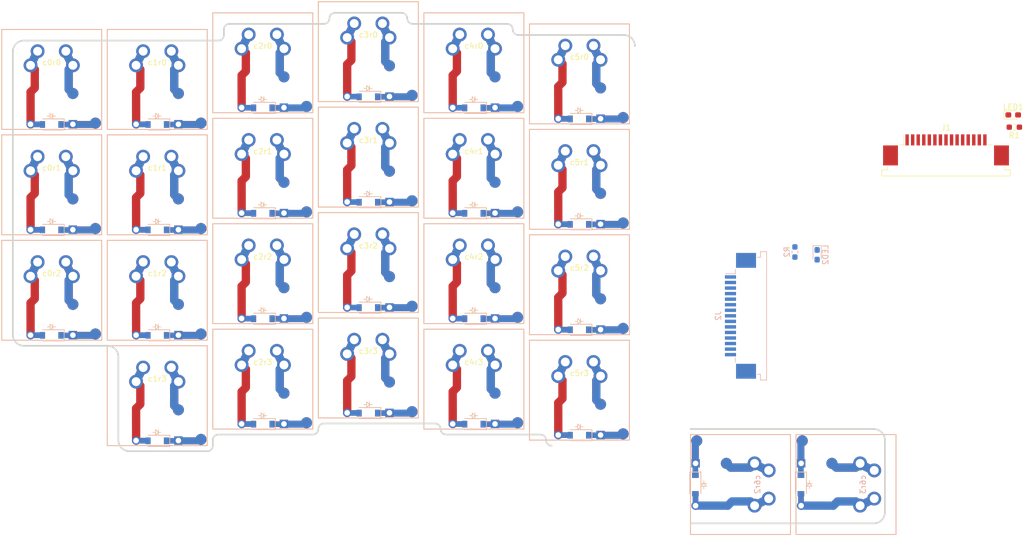
<source format=kicad_pcb>
(kicad_pcb (version 20171130) (host pcbnew 5.1.10-88a1d61d58~88~ubuntu18.04.1)
  (layers (0 F.Cu signal) (31 B.Cu signal) (34 B.Paste user hide) (35 F.Paste user hide) (36 B.SilkS user) (37 F.SilkS user) (38 B.Mask user hide) (39 F.Mask user hide) (44 Edge.Cuts user))
  (net 0 "")
  (net 1 col0)
  (net 2 row0)
  (net 3 row1)
  (net 4 row2)
  (net 5 row3)
  (net 6 col1)
  (net 7 col2)
  (net 8 col3)
  (net 9 col4)
  (net 10 col5)
  (net 11 col6)
  (net 12 GND)
  (net 13 +3V3)
  (net 14 "Net-(LED1-Pad2)")
  (net 15 "Net-(LED2-Pad2)")
  (module hand:D_0603_1608Metric_Pad1.05x0.95mm_HandSolder (layer B.Cu) (at 144.8 38.6 270)
    (fp_text reference LED2 (at 0 -1.5 90) (layer B.SilkS) (effects (justify mirror)))
    (fp_text value LED)
    (pad 2 smd roundrect (at 0.875 0 270) (size 1.05 0.95) (layers B.Cu B.Paste B.Mask) (net 15 "Net-(LED2-Pad2)"))
    (pad 1 smd roundrect (at -0.875 0 270) (size 1.05 0.95) (layers B.Cu B.Paste B.Mask) (net 12 GND))
  )
  (module hand:R_0603_1608Metric_Pad0.98x0.95mm_HandSolder (layer B.Cu) (at 140.8 38.1 270)
    (fp_text reference R2 (at 0 1.43 90) (layer B.SilkS) (effects (justify mirror)))
    (fp_text value 220)
    (pad 2 smd roundrect (at 0.9125 0 270) (size 0.975 0.95) (layers B.Cu B.Paste B.Mask) (net 15 "Net-(LED2-Pad2)"))
    (pad 1 smd roundrect (at -0.9125 0 270) (size 0.975 0.95) (layers B.Cu B.Paste B.Mask) (net 13 +3V3))
  )
  (module hand:TE_1-84953-5_1x15-1MP_P1.0mm_Horizontal (layer B.Cu) (at 131 49.6 270)
    (fp_text reference J2 (at 0 4 270) (layer B.SilkS) (effects (justify mirror)))
    (fp_text value Conn_01x15)
    (pad MP smd rect (at 9.99 -1 270) (size 2.68 3.6) (layers B.Cu B.Paste B.Mask))
    (pad MP smd rect (at -9.99 -1 270) (size 2.68 3.6) (layers B.Cu B.Paste B.Mask))
    (pad 15 smd rect (at 7 1.8 270) (size 0.61 2) (layers B.Cu B.Paste B.Mask) (net 12 GND))
    (pad 14 smd rect (at 6 1.8 270) (size 0.61 2) (layers B.Cu B.Paste B.Mask) (net 13 +3V3))
    (pad 13 smd rect (at 5 1.8 270) (size 0.61 2) (layers B.Cu B.Paste B.Mask))
    (pad 12 smd rect (at 4 1.8 270) (size 0.61 2) (layers B.Cu B.Paste B.Mask) (net 11 col6))
    (pad 11 smd rect (at 3 1.8 270) (size 0.61 2) (layers B.Cu B.Paste B.Mask) (net 10 col5))
    (pad 10 smd rect (at 2 1.8 270) (size 0.61 2) (layers B.Cu B.Paste B.Mask) (net 9 col4))
    (pad 9 smd rect (at 1 1.8 270) (size 0.61 2) (layers B.Cu B.Paste B.Mask) (net 8 col3))
    (pad 8 smd rect (at 0 1.8 270) (size 0.61 2) (layers B.Cu B.Paste B.Mask) (net 7 col2))
    (pad 7 smd rect (at -1 1.8 270) (size 0.61 2) (layers B.Cu B.Paste B.Mask) (net 6 col1))
    (pad 6 smd rect (at -2 1.8 270) (size 0.61 2) (layers B.Cu B.Paste B.Mask) (net 1 col0))
    (pad 5 smd rect (at -3 1.8 270) (size 0.61 2) (layers B.Cu B.Paste B.Mask))
    (pad 4 smd rect (at -4 1.8 270) (size 0.61 2) (layers B.Cu B.Paste B.Mask) (net 5 row3))
    (pad 3 smd rect (at -5 1.8 270) (size 0.61 2) (layers B.Cu B.Paste B.Mask) (net 4 row2))
    (pad 2 smd rect (at -6 1.8 270) (size 0.61 2) (layers B.Cu B.Paste B.Mask) (net 3 row1))
    (pad 1 smd rect (at -7 1.8 270) (size 0.61 2) (layers B.Cu B.Paste B.Mask) (net 2 row0))
  )
  (module hand:reversibleMX_10u (layer F.Cu) (at 7 7)
    (fp_text reference c0r0 (at 0 -3.048) (layer F.SilkS))
    (fp_text value switchDiode hide)
    (fp_line (start -2.54 -5.08) (end -3.81 -2.54) (layer B.Cu) (width 1.5))
    (fp_line (start -2.54 -5.08) (end -3.81 -2.54) (layer F.Cu) (width 1.5))
    (fp_line (start -3.8 8.1) (end -1.778 8.1) (layer B.Cu) (width 1))
    (fp_line (start -3.8 8.1) (end -1.778 8.1) (layer F.Cu) (width 1))
    (fp_line (start -3.8 8.1) (end -3.81 2.286) (layer F.Cu) (width 1.5))
    (fp_line (start -3.81 -2.54) (end -3.048 -1.778) (layer F.Cu) (width 1.5))
    (fp_line (start -3.048 -1.778) (end -3.048 1.524) (layer F.Cu) (width 1.5))
    (fp_line (start -3.175 1.651) (end -3.81 2.286) (layer F.Cu) (width 1.5))
    (pad "" np_thru_hole circle (at 0 0) (size 4 4) (drill 4) (layers *.Cu *.Mask))
    (pad "" np_thru_hole circle (at 5.08 0) (size 1.75 1.75) (drill 1.75) (layers *.Cu *.Mask))
    (pad "" np_thru_hole circle (at -5.08 0) (size 1.75 1.75) (drill 1.75) (layers *.Cu *.Mask))
    (pad 2 thru_hole rect (at 3.81 8.082) (size 1.5 1.5) (drill 1) (layers *.Cu *.Mask) (net 1 col0))
    (pad "" thru_hole circle (at -3.81 8.082) (size 1.5 1.5) (drill 1) (layers *.Cu *.Mask))
    (pad 1 thru_hole circle (at 3.81 -2.54) (size 2.5 2.5) (drill 1.6) (layers *.Cu *.Mask) (net 2 row0))
    (pad "" thru_hole circle (at -3.81 -2.54) (size 2.5 2.5) (drill 1.6) (layers *.Cu *.Mask))
    (pad "" thru_hole circle (at -2.54 -5.08) (size 2.5 2.5) (drill 1.6) (layers *.Cu *.Mask))
    (pad 1 thru_hole circle (at 2.54 -5.08) (size 2.5 2.5) (drill 1.6) (layers *.Cu *.Mask) (net 2 row0))
    (pad 2 smd circle (at 7.874 7.874) (size 2 2) (layers B.Cu B.Mask) (net 1 col0))
    (pad 1 smd circle (at 3.81 2.54) (size 2 2) (layers F.Cu F.Mask) (net 2 row0))
    (pad 1 smd circle (at 3.81 2.54) (size 2 2) (layers B.Cu B.Mask) (net 2 row0))
    (pad 2 smd circle (at 7.874 7.874) (size 2 2) (layers F.Cu F.Mask) (net 1 col0))
    (pad 1 smd roundrect (at 3.302 2.032 315) (size 1.5 1.5) (layers F.Cu) (net 2 row0))
    (pad 1 smd roundrect (at 3.302 2.032 315) (size 1.5 1.5) (layers B.Cu) (net 2 row0))
    (pad 1 smd roundrect (at 3.302 -2.032 315) (size 1.5 1.5) (layers B.Cu) (net 2 row0))
    (pad 1 smd roundrect (at 3.048 -3.81 296.6) (size 2.5 1.5) (layers B.Cu) (net 2 row0))
    (pad 2 smd roundrect (at 5.842 8.128) (size 4 1.25) (layers B.Cu) (net 1 col0))
    (pad 2 smd roundrect (at 5.842 8.128) (size 4 1.25) (layers F.Cu) (net 1 col0))
    (pad 1 smd roundrect (at 3.048 -3.81 296.6) (size 2.5 1.5) (layers F.Cu) (net 2 row0))
    (pad 1 smd roundrect (at 3.302 -2.032 315) (size 1.5 1.5) (layers F.Cu) (net 2 row0))
    (pad 1 smd roundrect (at 3.048 0 90) (size 4.5 1.5) (layers B.Cu) (net 2 row0))
    (pad 1 smd roundrect (at 3.048 0 90) (size 4.5 1.5) (layers F.Cu) (net 2 row0))
    (pad 2 smd roundrect (at 2.286 8.128) (size 2 1) (layers B.Cu) (net 1 col0))
    (pad 2 smd roundrect (at 2.286 8.128) (size 2 1) (layers F.Cu) (net 1 col0))
    (pad "" smd rect (at -1.65 8.128 180) (size 0.9 1.2) (layers F.Cu F.Paste F.Mask))
    (pad 2 smd rect (at 1.65 8.128 180) (size 0.9 1.2) (layers F.Cu F.Paste F.Mask) (net 1 col0))
    (pad "" smd rect (at -1.65 8.128 180) (size 0.9 1.2) (layers B.Cu B.Paste B.Mask))
    (pad 2 smd rect (at 1.65 8.128 180) (size 0.9 1.2) (layers B.Cu B.Paste B.Mask) (net 1 col0))
  )
  (module hand:reversibleMX_10u (layer F.Cu) (at 7 26)
    (fp_text reference c0r1 (at 0 -3.048) (layer F.SilkS))
    (fp_text value switchDiode hide)
    (fp_line (start -2.54 -5.08) (end -3.81 -2.54) (layer B.Cu) (width 1.5))
    (fp_line (start -2.54 -5.08) (end -3.81 -2.54) (layer F.Cu) (width 1.5))
    (fp_line (start -3.8 8.1) (end -1.778 8.1) (layer B.Cu) (width 1))
    (fp_line (start -3.8 8.1) (end -1.778 8.1) (layer F.Cu) (width 1))
    (fp_line (start -3.8 8.1) (end -3.81 2.286) (layer F.Cu) (width 1.5))
    (fp_line (start -3.81 -2.54) (end -3.048 -1.778) (layer F.Cu) (width 1.5))
    (fp_line (start -3.048 -1.778) (end -3.048 1.524) (layer F.Cu) (width 1.5))
    (fp_line (start -3.175 1.651) (end -3.81 2.286) (layer F.Cu) (width 1.5))
    (pad "" np_thru_hole circle (at 0 0) (size 4 4) (drill 4) (layers *.Cu *.Mask))
    (pad "" np_thru_hole circle (at 5.08 0) (size 1.75 1.75) (drill 1.75) (layers *.Cu *.Mask))
    (pad "" np_thru_hole circle (at -5.08 0) (size 1.75 1.75) (drill 1.75) (layers *.Cu *.Mask))
    (pad 2 thru_hole rect (at 3.81 8.082) (size 1.5 1.5) (drill 1) (layers *.Cu *.Mask) (net 1 col0))
    (pad "" thru_hole circle (at -3.81 8.082) (size 1.5 1.5) (drill 1) (layers *.Cu *.Mask))
    (pad 1 thru_hole circle (at 3.81 -2.54) (size 2.5 2.5) (drill 1.6) (layers *.Cu *.Mask) (net 3 row1))
    (pad "" thru_hole circle (at -3.81 -2.54) (size 2.5 2.5) (drill 1.6) (layers *.Cu *.Mask))
    (pad "" thru_hole circle (at -2.54 -5.08) (size 2.5 2.5) (drill 1.6) (layers *.Cu *.Mask))
    (pad 1 thru_hole circle (at 2.54 -5.08) (size 2.5 2.5) (drill 1.6) (layers *.Cu *.Mask) (net 3 row1))
    (pad 2 smd circle (at 7.874 7.874) (size 2 2) (layers B.Cu B.Mask) (net 1 col0))
    (pad 1 smd circle (at 3.81 2.54) (size 2 2) (layers F.Cu F.Mask) (net 3 row1))
    (pad 1 smd circle (at 3.81 2.54) (size 2 2) (layers B.Cu B.Mask) (net 3 row1))
    (pad 2 smd circle (at 7.874 7.874) (size 2 2) (layers F.Cu F.Mask) (net 1 col0))
    (pad 1 smd roundrect (at 3.302 2.032 315) (size 1.5 1.5) (layers F.Cu) (net 3 row1))
    (pad 1 smd roundrect (at 3.302 2.032 315) (size 1.5 1.5) (layers B.Cu) (net 3 row1))
    (pad 1 smd roundrect (at 3.302 -2.032 315) (size 1.5 1.5) (layers B.Cu) (net 3 row1))
    (pad 1 smd roundrect (at 3.048 -3.81 296.6) (size 2.5 1.5) (layers B.Cu) (net 3 row1))
    (pad 2 smd roundrect (at 5.842 8.128) (size 4 1.25) (layers B.Cu) (net 1 col0))
    (pad 2 smd roundrect (at 5.842 8.128) (size 4 1.25) (layers F.Cu) (net 1 col0))
    (pad 1 smd roundrect (at 3.048 -3.81 296.6) (size 2.5 1.5) (layers F.Cu) (net 3 row1))
    (pad 1 smd roundrect (at 3.302 -2.032 315) (size 1.5 1.5) (layers F.Cu) (net 3 row1))
    (pad 1 smd roundrect (at 3.048 0 90) (size 4.5 1.5) (layers B.Cu) (net 3 row1))
    (pad 1 smd roundrect (at 3.048 0 90) (size 4.5 1.5) (layers F.Cu) (net 3 row1))
    (pad 2 smd roundrect (at 2.286 8.128) (size 2 1) (layers B.Cu) (net 1 col0))
    (pad 2 smd roundrect (at 2.286 8.128) (size 2 1) (layers F.Cu) (net 1 col0))
    (pad "" smd rect (at -1.65 8.128 180) (size 0.9 1.2) (layers F.Cu F.Paste F.Mask))
    (pad 2 smd rect (at 1.65 8.128 180) (size 0.9 1.2) (layers F.Cu F.Paste F.Mask) (net 1 col0))
    (pad "" smd rect (at -1.65 8.128 180) (size 0.9 1.2) (layers B.Cu B.Paste B.Mask))
    (pad 2 smd rect (at 1.65 8.128 180) (size 0.9 1.2) (layers B.Cu B.Paste B.Mask) (net 1 col0))
  )
  (module hand:reversibleMX_10u (layer F.Cu) (at 7 45)
    (fp_text reference c0r2 (at 0 -3.048) (layer F.SilkS))
    (fp_text value switchDiode hide)
    (fp_line (start -3.175 1.651) (end -3.81 2.286) (layer F.Cu) (width 1.5))
    (fp_line (start -3.048 -1.778) (end -3.048 1.524) (layer F.Cu) (width 1.5))
    (fp_line (start -3.81 -2.54) (end -3.048 -1.778) (layer F.Cu) (width 1.5))
    (fp_line (start -3.8 8.1) (end -3.81 2.286) (layer F.Cu) (width 1.5))
    (fp_line (start -3.8 8.1) (end -1.778 8.1) (layer F.Cu) (width 1))
    (fp_line (start -3.8 8.1) (end -1.778 8.1) (layer B.Cu) (width 1))
    (fp_line (start -2.54 -5.08) (end -3.81 -2.54) (layer F.Cu) (width 1.5))
    (fp_line (start -2.54 -5.08) (end -3.81 -2.54) (layer B.Cu) (width 1.5))
    (pad 2 smd rect (at 1.65 8.128 180) (size 0.9 1.2) (layers B.Cu B.Paste B.Mask) (net 1 col0))
    (pad "" smd rect (at -1.65 8.128 180) (size 0.9 1.2) (layers B.Cu B.Paste B.Mask))
    (pad 2 smd rect (at 1.65 8.128 180) (size 0.9 1.2) (layers F.Cu F.Paste F.Mask) (net 1 col0))
    (pad "" smd rect (at -1.65 8.128 180) (size 0.9 1.2) (layers F.Cu F.Paste F.Mask))
    (pad 2 smd roundrect (at 2.286 8.128) (size 2 1) (layers F.Cu) (net 1 col0))
    (pad 2 smd roundrect (at 2.286 8.128) (size 2 1) (layers B.Cu) (net 1 col0))
    (pad 1 smd roundrect (at 3.048 0 90) (size 4.5 1.5) (layers F.Cu) (net 4 row2))
    (pad 1 smd roundrect (at 3.048 0 90) (size 4.5 1.5) (layers B.Cu) (net 4 row2))
    (pad 1 smd roundrect (at 3.302 -2.032 315) (size 1.5 1.5) (layers F.Cu) (net 4 row2))
    (pad 1 smd roundrect (at 3.048 -3.81 296.6) (size 2.5 1.5) (layers F.Cu) (net 4 row2))
    (pad 2 smd roundrect (at 5.842 8.128) (size 4 1.25) (layers F.Cu) (net 1 col0))
    (pad 2 smd roundrect (at 5.842 8.128) (size 4 1.25) (layers B.Cu) (net 1 col0))
    (pad 1 smd roundrect (at 3.048 -3.81 296.6) (size 2.5 1.5) (layers B.Cu) (net 4 row2))
    (pad 1 smd roundrect (at 3.302 -2.032 315) (size 1.5 1.5) (layers B.Cu) (net 4 row2))
    (pad 1 smd roundrect (at 3.302 2.032 315) (size 1.5 1.5) (layers B.Cu) (net 4 row2))
    (pad 1 smd roundrect (at 3.302 2.032 315) (size 1.5 1.5) (layers F.Cu) (net 4 row2))
    (pad 2 smd circle (at 7.874 7.874) (size 2 2) (layers F.Cu F.Mask) (net 1 col0))
    (pad 1 smd circle (at 3.81 2.54) (size 2 2) (layers B.Cu B.Mask) (net 4 row2))
    (pad 1 smd circle (at 3.81 2.54) (size 2 2) (layers F.Cu F.Mask) (net 4 row2))
    (pad 2 smd circle (at 7.874 7.874) (size 2 2) (layers B.Cu B.Mask) (net 1 col0))
    (pad 1 thru_hole circle (at 2.54 -5.08) (size 2.5 2.5) (drill 1.6) (layers *.Cu *.Mask) (net 4 row2))
    (pad "" thru_hole circle (at -2.54 -5.08) (size 2.5 2.5) (drill 1.6) (layers *.Cu *.Mask))
    (pad "" thru_hole circle (at -3.81 -2.54) (size 2.5 2.5) (drill 1.6) (layers *.Cu *.Mask))
    (pad 1 thru_hole circle (at 3.81 -2.54) (size 2.5 2.5) (drill 1.6) (layers *.Cu *.Mask) (net 4 row2))
    (pad "" thru_hole circle (at -3.81 8.082) (size 1.5 1.5) (drill 1) (layers *.Cu *.Mask))
    (pad 2 thru_hole rect (at 3.81 8.082) (size 1.5 1.5) (drill 1) (layers *.Cu *.Mask) (net 1 col0))
    (pad "" np_thru_hole circle (at -5.08 0) (size 1.75 1.75) (drill 1.75) (layers *.Cu *.Mask))
    (pad "" np_thru_hole circle (at 5.08 0) (size 1.75 1.75) (drill 1.75) (layers *.Cu *.Mask))
    (pad "" np_thru_hole circle (at 0 0) (size 4 4) (drill 4) (layers *.Cu *.Mask))
  )
  (module hand:reversibleMX_10u (layer F.Cu) (at 26 7)
    (fp_text reference c1r0 (at 0 -3.048) (layer F.SilkS))
    (fp_text value switchDiode hide)
    (fp_line (start -3.175 1.651) (end -3.81 2.286) (layer F.Cu) (width 1.5))
    (fp_line (start -3.048 -1.778) (end -3.048 1.524) (layer F.Cu) (width 1.5))
    (fp_line (start -3.81 -2.54) (end -3.048 -1.778) (layer F.Cu) (width 1.5))
    (fp_line (start -3.8 8.1) (end -3.81 2.286) (layer F.Cu) (width 1.5))
    (fp_line (start -3.8 8.1) (end -1.778 8.1) (layer F.Cu) (width 1))
    (fp_line (start -3.8 8.1) (end -1.778 8.1) (layer B.Cu) (width 1))
    (fp_line (start -2.54 -5.08) (end -3.81 -2.54) (layer F.Cu) (width 1.5))
    (fp_line (start -2.54 -5.08) (end -3.81 -2.54) (layer B.Cu) (width 1.5))
    (pad 2 smd rect (at 1.65 8.128 180) (size 0.9 1.2) (layers B.Cu B.Paste B.Mask) (net 6 col1))
    (pad "" smd rect (at -1.65 8.128 180) (size 0.9 1.2) (layers B.Cu B.Paste B.Mask))
    (pad 2 smd rect (at 1.65 8.128 180) (size 0.9 1.2) (layers F.Cu F.Paste F.Mask) (net 6 col1))
    (pad "" smd rect (at -1.65 8.128 180) (size 0.9 1.2) (layers F.Cu F.Paste F.Mask))
    (pad 2 smd roundrect (at 2.286 8.128) (size 2 1) (layers F.Cu) (net 6 col1))
    (pad 2 smd roundrect (at 2.286 8.128) (size 2 1) (layers B.Cu) (net 6 col1))
    (pad 1 smd roundrect (at 3.048 0 90) (size 4.5 1.5) (layers F.Cu) (net 2 row0))
    (pad 1 smd roundrect (at 3.048 0 90) (size 4.5 1.5) (layers B.Cu) (net 2 row0))
    (pad 1 smd roundrect (at 3.302 -2.032 315) (size 1.5 1.5) (layers F.Cu) (net 2 row0))
    (pad 1 smd roundrect (at 3.048 -3.81 296.6) (size 2.5 1.5) (layers F.Cu) (net 2 row0))
    (pad 2 smd roundrect (at 5.842 8.128) (size 4 1.25) (layers F.Cu) (net 6 col1))
    (pad 2 smd roundrect (at 5.842 8.128) (size 4 1.25) (layers B.Cu) (net 6 col1))
    (pad 1 smd roundrect (at 3.048 -3.81 296.6) (size 2.5 1.5) (layers B.Cu) (net 2 row0))
    (pad 1 smd roundrect (at 3.302 -2.032 315) (size 1.5 1.5) (layers B.Cu) (net 2 row0))
    (pad 1 smd roundrect (at 3.302 2.032 315) (size 1.5 1.5) (layers B.Cu) (net 2 row0))
    (pad 1 smd roundrect (at 3.302 2.032 315) (size 1.5 1.5) (layers F.Cu) (net 2 row0))
    (pad 2 smd circle (at 7.874 7.874) (size 2 2) (layers F.Cu F.Mask) (net 6 col1))
    (pad 1 smd circle (at 3.81 2.54) (size 2 2) (layers B.Cu B.Mask) (net 2 row0))
    (pad 1 smd circle (at 3.81 2.54) (size 2 2) (layers F.Cu F.Mask) (net 2 row0))
    (pad 2 smd circle (at 7.874 7.874) (size 2 2) (layers B.Cu B.Mask) (net 6 col1))
    (pad 1 thru_hole circle (at 2.54 -5.08) (size 2.5 2.5) (drill 1.6) (layers *.Cu *.Mask) (net 2 row0))
    (pad "" thru_hole circle (at -2.54 -5.08) (size 2.5 2.5) (drill 1.6) (layers *.Cu *.Mask))
    (pad "" thru_hole circle (at -3.81 -2.54) (size 2.5 2.5) (drill 1.6) (layers *.Cu *.Mask))
    (pad 1 thru_hole circle (at 3.81 -2.54) (size 2.5 2.5) (drill 1.6) (layers *.Cu *.Mask) (net 2 row0))
    (pad "" thru_hole circle (at -3.81 8.082) (size 1.5 1.5) (drill 1) (layers *.Cu *.Mask))
    (pad 2 thru_hole rect (at 3.81 8.082) (size 1.5 1.5) (drill 1) (layers *.Cu *.Mask) (net 6 col1))
    (pad "" np_thru_hole circle (at -5.08 0) (size 1.75 1.75) (drill 1.75) (layers *.Cu *.Mask))
    (pad "" np_thru_hole circle (at 5.08 0) (size 1.75 1.75) (drill 1.75) (layers *.Cu *.Mask))
    (pad "" np_thru_hole circle (at 0 0) (size 4 4) (drill 4) (layers *.Cu *.Mask))
  )
  (module hand:reversibleMX_10u (layer F.Cu) (at 26 26)
    (fp_text reference c1r1 (at 0 -3.048) (layer F.SilkS))
    (fp_text value switchDiode hide)
    (fp_line (start -3.175 1.651) (end -3.81 2.286) (layer F.Cu) (width 1.5))
    (fp_line (start -3.048 -1.778) (end -3.048 1.524) (layer F.Cu) (width 1.5))
    (fp_line (start -3.81 -2.54) (end -3.048 -1.778) (layer F.Cu) (width 1.5))
    (fp_line (start -3.8 8.1) (end -3.81 2.286) (layer F.Cu) (width 1.5))
    (fp_line (start -3.8 8.1) (end -1.778 8.1) (layer F.Cu) (width 1))
    (fp_line (start -3.8 8.1) (end -1.778 8.1) (layer B.Cu) (width 1))
    (fp_line (start -2.54 -5.08) (end -3.81 -2.54) (layer F.Cu) (width 1.5))
    (fp_line (start -2.54 -5.08) (end -3.81 -2.54) (layer B.Cu) (width 1.5))
    (pad 2 smd rect (at 1.65 8.128 180) (size 0.9 1.2) (layers B.Cu B.Paste B.Mask) (net 6 col1))
    (pad "" smd rect (at -1.65 8.128 180) (size 0.9 1.2) (layers B.Cu B.Paste B.Mask))
    (pad 2 smd rect (at 1.65 8.128 180) (size 0.9 1.2) (layers F.Cu F.Paste F.Mask) (net 6 col1))
    (pad "" smd rect (at -1.65 8.128 180) (size 0.9 1.2) (layers F.Cu F.Paste F.Mask))
    (pad 2 smd roundrect (at 2.286 8.128) (size 2 1) (layers F.Cu) (net 6 col1))
    (pad 2 smd roundrect (at 2.286 8.128) (size 2 1) (layers B.Cu) (net 6 col1))
    (pad 1 smd roundrect (at 3.048 0 90) (size 4.5 1.5) (layers F.Cu) (net 3 row1))
    (pad 1 smd roundrect (at 3.048 0 90) (size 4.5 1.5) (layers B.Cu) (net 3 row1))
    (pad 1 smd roundrect (at 3.302 -2.032 315) (size 1.5 1.5) (layers F.Cu) (net 3 row1))
    (pad 1 smd roundrect (at 3.048 -3.81 296.6) (size 2.5 1.5) (layers F.Cu) (net 3 row1))
    (pad 2 smd roundrect (at 5.842 8.128) (size 4 1.25) (layers F.Cu) (net 6 col1))
    (pad 2 smd roundrect (at 5.842 8.128) (size 4 1.25) (layers B.Cu) (net 6 col1))
    (pad 1 smd roundrect (at 3.048 -3.81 296.6) (size 2.5 1.5) (layers B.Cu) (net 3 row1))
    (pad 1 smd roundrect (at 3.302 -2.032 315) (size 1.5 1.5) (layers B.Cu) (net 3 row1))
    (pad 1 smd roundrect (at 3.302 2.032 315) (size 1.5 1.5) (layers B.Cu) (net 3 row1))
    (pad 1 smd roundrect (at 3.302 2.032 315) (size 1.5 1.5) (layers F.Cu) (net 3 row1))
    (pad 2 smd circle (at 7.874 7.874) (size 2 2) (layers F.Cu F.Mask) (net 6 col1))
    (pad 1 smd circle (at 3.81 2.54) (size 2 2) (layers B.Cu B.Mask) (net 3 row1))
    (pad 1 smd circle (at 3.81 2.54) (size 2 2) (layers F.Cu F.Mask) (net 3 row1))
    (pad 2 smd circle (at 7.874 7.874) (size 2 2) (layers B.Cu B.Mask) (net 6 col1))
    (pad 1 thru_hole circle (at 2.54 -5.08) (size 2.5 2.5) (drill 1.6) (layers *.Cu *.Mask) (net 3 row1))
    (pad "" thru_hole circle (at -2.54 -5.08) (size 2.5 2.5) (drill 1.6) (layers *.Cu *.Mask))
    (pad "" thru_hole circle (at -3.81 -2.54) (size 2.5 2.5) (drill 1.6) (layers *.Cu *.Mask))
    (pad 1 thru_hole circle (at 3.81 -2.54) (size 2.5 2.5) (drill 1.6) (layers *.Cu *.Mask) (net 3 row1))
    (pad "" thru_hole circle (at -3.81 8.082) (size 1.5 1.5) (drill 1) (layers *.Cu *.Mask))
    (pad 2 thru_hole rect (at 3.81 8.082) (size 1.5 1.5) (drill 1) (layers *.Cu *.Mask) (net 6 col1))
    (pad "" np_thru_hole circle (at -5.08 0) (size 1.75 1.75) (drill 1.75) (layers *.Cu *.Mask))
    (pad "" np_thru_hole circle (at 5.08 0) (size 1.75 1.75) (drill 1.75) (layers *.Cu *.Mask))
    (pad "" np_thru_hole circle (at 0 0) (size 4 4) (drill 4) (layers *.Cu *.Mask))
  )
  (module hand:reversibleMX_10u (layer F.Cu) (at 26 45)
    (fp_text reference c1r2 (at 0 -3.048) (layer F.SilkS))
    (fp_text value switchDiode hide)
    (fp_line (start -2.54 -5.08) (end -3.81 -2.54) (layer B.Cu) (width 1.5))
    (fp_line (start -2.54 -5.08) (end -3.81 -2.54) (layer F.Cu) (width 1.5))
    (fp_line (start -3.8 8.1) (end -1.778 8.1) (layer B.Cu) (width 1))
    (fp_line (start -3.8 8.1) (end -1.778 8.1) (layer F.Cu) (width 1))
    (fp_line (start -3.8 8.1) (end -3.81 2.286) (layer F.Cu) (width 1.5))
    (fp_line (start -3.81 -2.54) (end -3.048 -1.778) (layer F.Cu) (width 1.5))
    (fp_line (start -3.048 -1.778) (end -3.048 1.524) (layer F.Cu) (width 1.5))
    (fp_line (start -3.175 1.651) (end -3.81 2.286) (layer F.Cu) (width 1.5))
    (pad "" np_thru_hole circle (at 0 0) (size 4 4) (drill 4) (layers *.Cu *.Mask))
    (pad "" np_thru_hole circle (at 5.08 0) (size 1.75 1.75) (drill 1.75) (layers *.Cu *.Mask))
    (pad "" np_thru_hole circle (at -5.08 0) (size 1.75 1.75) (drill 1.75) (layers *.Cu *.Mask))
    (pad 2 thru_hole rect (at 3.81 8.082) (size 1.5 1.5) (drill 1) (layers *.Cu *.Mask) (net 6 col1))
    (pad "" thru_hole circle (at -3.81 8.082) (size 1.5 1.5) (drill 1) (layers *.Cu *.Mask))
    (pad 1 thru_hole circle (at 3.81 -2.54) (size 2.5 2.5) (drill 1.6) (layers *.Cu *.Mask) (net 4 row2))
    (pad "" thru_hole circle (at -3.81 -2.54) (size 2.5 2.5) (drill 1.6) (layers *.Cu *.Mask))
    (pad "" thru_hole circle (at -2.54 -5.08) (size 2.5 2.5) (drill 1.6) (layers *.Cu *.Mask))
    (pad 1 thru_hole circle (at 2.54 -5.08) (size 2.5 2.5) (drill 1.6) (layers *.Cu *.Mask) (net 4 row2))
    (pad 2 smd circle (at 7.874 7.874) (size 2 2) (layers B.Cu B.Mask) (net 6 col1))
    (pad 1 smd circle (at 3.81 2.54) (size 2 2) (layers F.Cu F.Mask) (net 4 row2))
    (pad 1 smd circle (at 3.81 2.54) (size 2 2) (layers B.Cu B.Mask) (net 4 row2))
    (pad 2 smd circle (at 7.874 7.874) (size 2 2) (layers F.Cu F.Mask) (net 6 col1))
    (pad 1 smd roundrect (at 3.302 2.032 315) (size 1.5 1.5) (layers F.Cu) (net 4 row2))
    (pad 1 smd roundrect (at 3.302 2.032 315) (size 1.5 1.5) (layers B.Cu) (net 4 row2))
    (pad 1 smd roundrect (at 3.302 -2.032 315) (size 1.5 1.5) (layers B.Cu) (net 4 row2))
    (pad 1 smd roundrect (at 3.048 -3.81 296.6) (size 2.5 1.5) (layers B.Cu) (net 4 row2))
    (pad 2 smd roundrect (at 5.842 8.128) (size 4 1.25) (layers B.Cu) (net 6 col1))
    (pad 2 smd roundrect (at 5.842 8.128) (size 4 1.25) (layers F.Cu) (net 6 col1))
    (pad 1 smd roundrect (at 3.048 -3.81 296.6) (size 2.5 1.5) (layers F.Cu) (net 4 row2))
    (pad 1 smd roundrect (at 3.302 -2.032 315) (size 1.5 1.5) (layers F.Cu) (net 4 row2))
    (pad 1 smd roundrect (at 3.048 0 90) (size 4.5 1.5) (layers B.Cu) (net 4 row2))
    (pad 1 smd roundrect (at 3.048 0 90) (size 4.5 1.5) (layers F.Cu) (net 4 row2))
    (pad 2 smd roundrect (at 2.286 8.128) (size 2 1) (layers B.Cu) (net 6 col1))
    (pad 2 smd roundrect (at 2.286 8.128) (size 2 1) (layers F.Cu) (net 6 col1))
    (pad "" smd rect (at -1.65 8.128 180) (size 0.9 1.2) (layers F.Cu F.Paste F.Mask))
    (pad 2 smd rect (at 1.65 8.128 180) (size 0.9 1.2) (layers F.Cu F.Paste F.Mask) (net 6 col1))
    (pad "" smd rect (at -1.65 8.128 180) (size 0.9 1.2) (layers B.Cu B.Paste B.Mask))
    (pad 2 smd rect (at 1.65 8.128 180) (size 0.9 1.2) (layers B.Cu B.Paste B.Mask) (net 6 col1))
  )
  (module hand:reversibleMX_10u (layer F.Cu) (at 26 64)
    (fp_text reference c1r3 (at 0 -3.048) (layer F.SilkS))
    (fp_text value switchDiode hide)
    (fp_line (start -3.175 1.651) (end -3.81 2.286) (layer F.Cu) (width 1.5))
    (fp_line (start -3.048 -1.778) (end -3.048 1.524) (layer F.Cu) (width 1.5))
    (fp_line (start -3.81 -2.54) (end -3.048 -1.778) (layer F.Cu) (width 1.5))
    (fp_line (start -3.8 8.1) (end -3.81 2.286) (layer F.Cu) (width 1.5))
    (fp_line (start -3.8 8.1) (end -1.778 8.1) (layer F.Cu) (width 1))
    (fp_line (start -3.8 8.1) (end -1.778 8.1) (layer B.Cu) (width 1))
    (fp_line (start -2.54 -5.08) (end -3.81 -2.54) (layer F.Cu) (width 1.5))
    (fp_line (start -2.54 -5.08) (end -3.81 -2.54) (layer B.Cu) (width 1.5))
    (pad 2 smd rect (at 1.65 8.128 180) (size 0.9 1.2) (layers B.Cu B.Paste B.Mask) (net 6 col1))
    (pad "" smd rect (at -1.65 8.128 180) (size 0.9 1.2) (layers B.Cu B.Paste B.Mask))
    (pad 2 smd rect (at 1.65 8.128 180) (size 0.9 1.2) (layers F.Cu F.Paste F.Mask) (net 6 col1))
    (pad "" smd rect (at -1.65 8.128 180) (size 0.9 1.2) (layers F.Cu F.Paste F.Mask))
    (pad 2 smd roundrect (at 2.286 8.128) (size 2 1) (layers F.Cu) (net 6 col1))
    (pad 2 smd roundrect (at 2.286 8.128) (size 2 1) (layers B.Cu) (net 6 col1))
    (pad 1 smd roundrect (at 3.048 0 90) (size 4.5 1.5) (layers F.Cu) (net 5 row3))
    (pad 1 smd roundrect (at 3.048 0 90) (size 4.5 1.5) (layers B.Cu) (net 5 row3))
    (pad 1 smd roundrect (at 3.302 -2.032 315) (size 1.5 1.5) (layers F.Cu) (net 5 row3))
    (pad 1 smd roundrect (at 3.048 -3.81 296.6) (size 2.5 1.5) (layers F.Cu) (net 5 row3))
    (pad 2 smd roundrect (at 5.842 8.128) (size 4 1.25) (layers F.Cu) (net 6 col1))
    (pad 2 smd roundrect (at 5.842 8.128) (size 4 1.25) (layers B.Cu) (net 6 col1))
    (pad 1 smd roundrect (at 3.048 -3.81 296.6) (size 2.5 1.5) (layers B.Cu) (net 5 row3))
    (pad 1 smd roundrect (at 3.302 -2.032 315) (size 1.5 1.5) (layers B.Cu) (net 5 row3))
    (pad 1 smd roundrect (at 3.302 2.032 315) (size 1.5 1.5) (layers B.Cu) (net 5 row3))
    (pad 1 smd roundrect (at 3.302 2.032 315) (size 1.5 1.5) (layers F.Cu) (net 5 row3))
    (pad 2 smd circle (at 7.874 7.874) (size 2 2) (layers F.Cu F.Mask) (net 6 col1))
    (pad 1 smd circle (at 3.81 2.54) (size 2 2) (layers B.Cu B.Mask) (net 5 row3))
    (pad 1 smd circle (at 3.81 2.54) (size 2 2) (layers F.Cu F.Mask) (net 5 row3))
    (pad 2 smd circle (at 7.874 7.874) (size 2 2) (layers B.Cu B.Mask) (net 6 col1))
    (pad 1 thru_hole circle (at 2.54 -5.08) (size 2.5 2.5) (drill 1.6) (layers *.Cu *.Mask) (net 5 row3))
    (pad "" thru_hole circle (at -2.54 -5.08) (size 2.5 2.5) (drill 1.6) (layers *.Cu *.Mask))
    (pad "" thru_hole circle (at -3.81 -2.54) (size 2.5 2.5) (drill 1.6) (layers *.Cu *.Mask))
    (pad 1 thru_hole circle (at 3.81 -2.54) (size 2.5 2.5) (drill 1.6) (layers *.Cu *.Mask) (net 5 row3))
    (pad "" thru_hole circle (at -3.81 8.082) (size 1.5 1.5) (drill 1) (layers *.Cu *.Mask))
    (pad 2 thru_hole rect (at 3.81 8.082) (size 1.5 1.5) (drill 1) (layers *.Cu *.Mask) (net 6 col1))
    (pad "" np_thru_hole circle (at -5.08 0) (size 1.75 1.75) (drill 1.75) (layers *.Cu *.Mask))
    (pad "" np_thru_hole circle (at 5.08 0) (size 1.75 1.75) (drill 1.75) (layers *.Cu *.Mask))
    (pad "" np_thru_hole circle (at 0 0) (size 4 4) (drill 4) (layers *.Cu *.Mask))
  )
  (module hand:reversibleMX_10u (layer F.Cu) (at 45 4)
    (fp_text reference c2r0 (at 0 -3.048) (layer F.SilkS))
    (fp_text value switchDiode hide)
    (fp_line (start -2.54 -5.08) (end -3.81 -2.54) (layer B.Cu) (width 1.5))
    (fp_line (start -2.54 -5.08) (end -3.81 -2.54) (layer F.Cu) (width 1.5))
    (fp_line (start -3.8 8.1) (end -1.778 8.1) (layer B.Cu) (width 1))
    (fp_line (start -3.8 8.1) (end -1.778 8.1) (layer F.Cu) (width 1))
    (fp_line (start -3.8 8.1) (end -3.81 2.286) (layer F.Cu) (width 1.5))
    (fp_line (start -3.81 -2.54) (end -3.048 -1.778) (layer F.Cu) (width 1.5))
    (fp_line (start -3.048 -1.778) (end -3.048 1.524) (layer F.Cu) (width 1.5))
    (fp_line (start -3.175 1.651) (end -3.81 2.286) (layer F.Cu) (width 1.5))
    (pad "" np_thru_hole circle (at 0 0) (size 4 4) (drill 4) (layers *.Cu *.Mask))
    (pad "" np_thru_hole circle (at 5.08 0) (size 1.75 1.75) (drill 1.75) (layers *.Cu *.Mask))
    (pad "" np_thru_hole circle (at -5.08 0) (size 1.75 1.75) (drill 1.75) (layers *.Cu *.Mask))
    (pad 2 thru_hole rect (at 3.81 8.082) (size 1.5 1.5) (drill 1) (layers *.Cu *.Mask) (net 7 col2))
    (pad "" thru_hole circle (at -3.81 8.082) (size 1.5 1.5) (drill 1) (layers *.Cu *.Mask))
    (pad 1 thru_hole circle (at 3.81 -2.54) (size 2.5 2.5) (drill 1.6) (layers *.Cu *.Mask) (net 2 row0))
    (pad "" thru_hole circle (at -3.81 -2.54) (size 2.5 2.5) (drill 1.6) (layers *.Cu *.Mask))
    (pad "" thru_hole circle (at -2.54 -5.08) (size 2.5 2.5) (drill 1.6) (layers *.Cu *.Mask))
    (pad 1 thru_hole circle (at 2.54 -5.08) (size 2.5 2.5) (drill 1.6) (layers *.Cu *.Mask) (net 2 row0))
    (pad 2 smd circle (at 7.874 7.874) (size 2 2) (layers B.Cu B.Mask) (net 7 col2))
    (pad 1 smd circle (at 3.81 2.54) (size 2 2) (layers F.Cu F.Mask) (net 2 row0))
    (pad 1 smd circle (at 3.81 2.54) (size 2 2) (layers B.Cu B.Mask) (net 2 row0))
    (pad 2 smd circle (at 7.874 7.874) (size 2 2) (layers F.Cu F.Mask) (net 7 col2))
    (pad 1 smd roundrect (at 3.302 2.032 315) (size 1.5 1.5) (layers F.Cu) (net 2 row0))
    (pad 1 smd roundrect (at 3.302 2.032 315) (size 1.5 1.5) (layers B.Cu) (net 2 row0))
    (pad 1 smd roundrect (at 3.302 -2.032 315) (size 1.5 1.5) (layers B.Cu) (net 2 row0))
    (pad 1 smd roundrect (at 3.048 -3.81 296.6) (size 2.5 1.5) (layers B.Cu) (net 2 row0))
    (pad 2 smd roundrect (at 5.842 8.128) (size 4 1.25) (layers B.Cu) (net 7 col2))
    (pad 2 smd roundrect (at 5.842 8.128) (size 4 1.25) (layers F.Cu) (net 7 col2))
    (pad 1 smd roundrect (at 3.048 -3.81 296.6) (size 2.5 1.5) (layers F.Cu) (net 2 row0))
    (pad 1 smd roundrect (at 3.302 -2.032 315) (size 1.5 1.5) (layers F.Cu) (net 2 row0))
    (pad 1 smd roundrect (at 3.048 0 90) (size 4.5 1.5) (layers B.Cu) (net 2 row0))
    (pad 1 smd roundrect (at 3.048 0 90) (size 4.5 1.5) (layers F.Cu) (net 2 row0))
    (pad 2 smd roundrect (at 2.286 8.128) (size 2 1) (layers B.Cu) (net 7 col2))
    (pad 2 smd roundrect (at 2.286 8.128) (size 2 1) (layers F.Cu) (net 7 col2))
    (pad "" smd rect (at -1.65 8.128 180) (size 0.9 1.2) (layers F.Cu F.Paste F.Mask))
    (pad 2 smd rect (at 1.65 8.128 180) (size 0.9 1.2) (layers F.Cu F.Paste F.Mask) (net 7 col2))
    (pad "" smd rect (at -1.65 8.128 180) (size 0.9 1.2) (layers B.Cu B.Paste B.Mask))
    (pad 2 smd rect (at 1.65 8.128 180) (size 0.9 1.2) (layers B.Cu B.Paste B.Mask) (net 7 col2))
  )
  (module hand:reversibleMX_10u (layer F.Cu) (at 45 23)
    (fp_text reference c2r1 (at 0 -3.048) (layer F.SilkS))
    (fp_text value switchDiode hide)
    (fp_line (start -3.175 1.651) (end -3.81 2.286) (layer F.Cu) (width 1.5))
    (fp_line (start -3.048 -1.778) (end -3.048 1.524) (layer F.Cu) (width 1.5))
    (fp_line (start -3.81 -2.54) (end -3.048 -1.778) (layer F.Cu) (width 1.5))
    (fp_line (start -3.8 8.1) (end -3.81 2.286) (layer F.Cu) (width 1.5))
    (fp_line (start -3.8 8.1) (end -1.778 8.1) (layer F.Cu) (width 1))
    (fp_line (start -3.8 8.1) (end -1.778 8.1) (layer B.Cu) (width 1))
    (fp_line (start -2.54 -5.08) (end -3.81 -2.54) (layer F.Cu) (width 1.5))
    (fp_line (start -2.54 -5.08) (end -3.81 -2.54) (layer B.Cu) (width 1.5))
    (pad 2 smd rect (at 1.65 8.128 180) (size 0.9 1.2) (layers B.Cu B.Paste B.Mask) (net 7 col2))
    (pad "" smd rect (at -1.65 8.128 180) (size 0.9 1.2) (layers B.Cu B.Paste B.Mask))
    (pad 2 smd rect (at 1.65 8.128 180) (size 0.9 1.2) (layers F.Cu F.Paste F.Mask) (net 7 col2))
    (pad "" smd rect (at -1.65 8.128 180) (size 0.9 1.2) (layers F.Cu F.Paste F.Mask))
    (pad 2 smd roundrect (at 2.286 8.128) (size 2 1) (layers F.Cu) (net 7 col2))
    (pad 2 smd roundrect (at 2.286 8.128) (size 2 1) (layers B.Cu) (net 7 col2))
    (pad 1 smd roundrect (at 3.048 0 90) (size 4.5 1.5) (layers F.Cu) (net 3 row1))
    (pad 1 smd roundrect (at 3.048 0 90) (size 4.5 1.5) (layers B.Cu) (net 3 row1))
    (pad 1 smd roundrect (at 3.302 -2.032 315) (size 1.5 1.5) (layers F.Cu) (net 3 row1))
    (pad 1 smd roundrect (at 3.048 -3.81 296.6) (size 2.5 1.5) (layers F.Cu) (net 3 row1))
    (pad 2 smd roundrect (at 5.842 8.128) (size 4 1.25) (layers F.Cu) (net 7 col2))
    (pad 2 smd roundrect (at 5.842 8.128) (size 4 1.25) (layers B.Cu) (net 7 col2))
    (pad 1 smd roundrect (at 3.048 -3.81 296.6) (size 2.5 1.5) (layers B.Cu) (net 3 row1))
    (pad 1 smd roundrect (at 3.302 -2.032 315) (size 1.5 1.5) (layers B.Cu) (net 3 row1))
    (pad 1 smd roundrect (at 3.302 2.032 315) (size 1.5 1.5) (layers B.Cu) (net 3 row1))
    (pad 1 smd roundrect (at 3.302 2.032 315) (size 1.5 1.5) (layers F.Cu) (net 3 row1))
    (pad 2 smd circle (at 7.874 7.874) (size 2 2) (layers F.Cu F.Mask) (net 7 col2))
    (pad 1 smd circle (at 3.81 2.54) (size 2 2) (layers B.Cu B.Mask) (net 3 row1))
    (pad 1 smd circle (at 3.81 2.54) (size 2 2) (layers F.Cu F.Mask) (net 3 row1))
    (pad 2 smd circle (at 7.874 7.874) (size 2 2) (layers B.Cu B.Mask) (net 7 col2))
    (pad 1 thru_hole circle (at 2.54 -5.08) (size 2.5 2.5) (drill 1.6) (layers *.Cu *.Mask) (net 3 row1))
    (pad "" thru_hole circle (at -2.54 -5.08) (size 2.5 2.5) (drill 1.6) (layers *.Cu *.Mask))
    (pad "" thru_hole circle (at -3.81 -2.54) (size 2.5 2.5) (drill 1.6) (layers *.Cu *.Mask))
    (pad 1 thru_hole circle (at 3.81 -2.54) (size 2.5 2.5) (drill 1.6) (layers *.Cu *.Mask) (net 3 row1))
    (pad "" thru_hole circle (at -3.81 8.082) (size 1.5 1.5) (drill 1) (layers *.Cu *.Mask))
    (pad 2 thru_hole rect (at 3.81 8.082) (size 1.5 1.5) (drill 1) (layers *.Cu *.Mask) (net 7 col2))
    (pad "" np_thru_hole circle (at -5.08 0) (size 1.75 1.75) (drill 1.75) (layers *.Cu *.Mask))
    (pad "" np_thru_hole circle (at 5.08 0) (size 1.75 1.75) (drill 1.75) (layers *.Cu *.Mask))
    (pad "" np_thru_hole circle (at 0 0) (size 4 4) (drill 4) (layers *.Cu *.Mask))
  )
  (module hand:reversibleMX_10u (layer F.Cu) (at 45 42)
    (fp_text reference c2r2 (at 0 -3.048) (layer F.SilkS))
    (fp_text value switchDiode hide)
    (fp_line (start -2.54 -5.08) (end -3.81 -2.54) (layer B.Cu) (width 1.5))
    (fp_line (start -2.54 -5.08) (end -3.81 -2.54) (layer F.Cu) (width 1.5))
    (fp_line (start -3.8 8.1) (end -1.778 8.1) (layer B.Cu) (width 1))
    (fp_line (start -3.8 8.1) (end -1.778 8.1) (layer F.Cu) (width 1))
    (fp_line (start -3.8 8.1) (end -3.81 2.286) (layer F.Cu) (width 1.5))
    (fp_line (start -3.81 -2.54) (end -3.048 -1.778) (layer F.Cu) (width 1.5))
    (fp_line (start -3.048 -1.778) (end -3.048 1.524) (layer F.Cu) (width 1.5))
    (fp_line (start -3.175 1.651) (end -3.81 2.286) (layer F.Cu) (width 1.5))
    (pad "" np_thru_hole circle (at 0 0) (size 4 4) (drill 4) (layers *.Cu *.Mask))
    (pad "" np_thru_hole circle (at 5.08 0) (size 1.75 1.75) (drill 1.75) (layers *.Cu *.Mask))
    (pad "" np_thru_hole circle (at -5.08 0) (size 1.75 1.75) (drill 1.75) (layers *.Cu *.Mask))
    (pad 2 thru_hole rect (at 3.81 8.082) (size 1.5 1.5) (drill 1) (layers *.Cu *.Mask) (net 7 col2))
    (pad "" thru_hole circle (at -3.81 8.082) (size 1.5 1.5) (drill 1) (layers *.Cu *.Mask))
    (pad 1 thru_hole circle (at 3.81 -2.54) (size 2.5 2.5) (drill 1.6) (layers *.Cu *.Mask) (net 4 row2))
    (pad "" thru_hole circle (at -3.81 -2.54) (size 2.5 2.5) (drill 1.6) (layers *.Cu *.Mask))
    (pad "" thru_hole circle (at -2.54 -5.08) (size 2.5 2.5) (drill 1.6) (layers *.Cu *.Mask))
    (pad 1 thru_hole circle (at 2.54 -5.08) (size 2.5 2.5) (drill 1.6) (layers *.Cu *.Mask) (net 4 row2))
    (pad 2 smd circle (at 7.874 7.874) (size 2 2) (layers B.Cu B.Mask) (net 7 col2))
    (pad 1 smd circle (at 3.81 2.54) (size 2 2) (layers F.Cu F.Mask) (net 4 row2))
    (pad 1 smd circle (at 3.81 2.54) (size 2 2) (layers B.Cu B.Mask) (net 4 row2))
    (pad 2 smd circle (at 7.874 7.874) (size 2 2) (layers F.Cu F.Mask) (net 7 col2))
    (pad 1 smd roundrect (at 3.302 2.032 315) (size 1.5 1.5) (layers F.Cu) (net 4 row2))
    (pad 1 smd roundrect (at 3.302 2.032 315) (size 1.5 1.5) (layers B.Cu) (net 4 row2))
    (pad 1 smd roundrect (at 3.302 -2.032 315) (size 1.5 1.5) (layers B.Cu) (net 4 row2))
    (pad 1 smd roundrect (at 3.048 -3.81 296.6) (size 2.5 1.5) (layers B.Cu) (net 4 row2))
    (pad 2 smd roundrect (at 5.842 8.128) (size 4 1.25) (layers B.Cu) (net 7 col2))
    (pad 2 smd roundrect (at 5.842 8.128) (size 4 1.25) (layers F.Cu) (net 7 col2))
    (pad 1 smd roundrect (at 3.048 -3.81 296.6) (size 2.5 1.5) (layers F.Cu) (net 4 row2))
    (pad 1 smd roundrect (at 3.302 -2.032 315) (size 1.5 1.5) (layers F.Cu) (net 4 row2))
    (pad 1 smd roundrect (at 3.048 0 90) (size 4.5 1.5) (layers B.Cu) (net 4 row2))
    (pad 1 smd roundrect (at 3.048 0 90) (size 4.5 1.5) (layers F.Cu) (net 4 row2))
    (pad 2 smd roundrect (at 2.286 8.128) (size 2 1) (layers B.Cu) (net 7 col2))
    (pad 2 smd roundrect (at 2.286 8.128) (size 2 1) (layers F.Cu) (net 7 col2))
    (pad "" smd rect (at -1.65 8.128 180) (size 0.9 1.2) (layers F.Cu F.Paste F.Mask))
    (pad 2 smd rect (at 1.65 8.128 180) (size 0.9 1.2) (layers F.Cu F.Paste F.Mask) (net 7 col2))
    (pad "" smd rect (at -1.65 8.128 180) (size 0.9 1.2) (layers B.Cu B.Paste B.Mask))
    (pad 2 smd rect (at 1.65 8.128 180) (size 0.9 1.2) (layers B.Cu B.Paste B.Mask) (net 7 col2))
  )
  (module hand:reversibleMX_10u (layer F.Cu) (at 45 61)
    (fp_text reference c2r3 (at 0 -3.048) (layer F.SilkS))
    (fp_text value switchDiode hide)
    (fp_line (start -3.175 1.651) (end -3.81 2.286) (layer F.Cu) (width 1.5))
    (fp_line (start -3.048 -1.778) (end -3.048 1.524) (layer F.Cu) (width 1.5))
    (fp_line (start -3.81 -2.54) (end -3.048 -1.778) (layer F.Cu) (width 1.5))
    (fp_line (start -3.8 8.1) (end -3.81 2.286) (layer F.Cu) (width 1.5))
    (fp_line (start -3.8 8.1) (end -1.778 8.1) (layer F.Cu) (width 1))
    (fp_line (start -3.8 8.1) (end -1.778 8.1) (layer B.Cu) (width 1))
    (fp_line (start -2.54 -5.08) (end -3.81 -2.54) (layer F.Cu) (width 1.5))
    (fp_line (start -2.54 -5.08) (end -3.81 -2.54) (layer B.Cu) (width 1.5))
    (pad 2 smd rect (at 1.65 8.128 180) (size 0.9 1.2) (layers B.Cu B.Paste B.Mask) (net 7 col2))
    (pad "" smd rect (at -1.65 8.128 180) (size 0.9 1.2) (layers B.Cu B.Paste B.Mask))
    (pad 2 smd rect (at 1.65 8.128 180) (size 0.9 1.2) (layers F.Cu F.Paste F.Mask) (net 7 col2))
    (pad "" smd rect (at -1.65 8.128 180) (size 0.9 1.2) (layers F.Cu F.Paste F.Mask))
    (pad 2 smd roundrect (at 2.286 8.128) (size 2 1) (layers F.Cu) (net 7 col2))
    (pad 2 smd roundrect (at 2.286 8.128) (size 2 1) (layers B.Cu) (net 7 col2))
    (pad 1 smd roundrect (at 3.048 0 90) (size 4.5 1.5) (layers F.Cu) (net 5 row3))
    (pad 1 smd roundrect (at 3.048 0 90) (size 4.5 1.5) (layers B.Cu) (net 5 row3))
    (pad 1 smd roundrect (at 3.302 -2.032 315) (size 1.5 1.5) (layers F.Cu) (net 5 row3))
    (pad 1 smd roundrect (at 3.048 -3.81 296.6) (size 2.5 1.5) (layers F.Cu) (net 5 row3))
    (pad 2 smd roundrect (at 5.842 8.128) (size 4 1.25) (layers F.Cu) (net 7 col2))
    (pad 2 smd roundrect (at 5.842 8.128) (size 4 1.25) (layers B.Cu) (net 7 col2))
    (pad 1 smd roundrect (at 3.048 -3.81 296.6) (size 2.5 1.5) (layers B.Cu) (net 5 row3))
    (pad 1 smd roundrect (at 3.302 -2.032 315) (size 1.5 1.5) (layers B.Cu) (net 5 row3))
    (pad 1 smd roundrect (at 3.302 2.032 315) (size 1.5 1.5) (layers B.Cu) (net 5 row3))
    (pad 1 smd roundrect (at 3.302 2.032 315) (size 1.5 1.5) (layers F.Cu) (net 5 row3))
    (pad 2 smd circle (at 7.874 7.874) (size 2 2) (layers F.Cu F.Mask) (net 7 col2))
    (pad 1 smd circle (at 3.81 2.54) (size 2 2) (layers B.Cu B.Mask) (net 5 row3))
    (pad 1 smd circle (at 3.81 2.54) (size 2 2) (layers F.Cu F.Mask) (net 5 row3))
    (pad 2 smd circle (at 7.874 7.874) (size 2 2) (layers B.Cu B.Mask) (net 7 col2))
    (pad 1 thru_hole circle (at 2.54 -5.08) (size 2.5 2.5) (drill 1.6) (layers *.Cu *.Mask) (net 5 row3))
    (pad "" thru_hole circle (at -2.54 -5.08) (size 2.5 2.5) (drill 1.6) (layers *.Cu *.Mask))
    (pad "" thru_hole circle (at -3.81 -2.54) (size 2.5 2.5) (drill 1.6) (layers *.Cu *.Mask))
    (pad 1 thru_hole circle (at 3.81 -2.54) (size 2.5 2.5) (drill 1.6) (layers *.Cu *.Mask) (net 5 row3))
    (pad "" thru_hole circle (at -3.81 8.082) (size 1.5 1.5) (drill 1) (layers *.Cu *.Mask))
    (pad 2 thru_hole rect (at 3.81 8.082) (size 1.5 1.5) (drill 1) (layers *.Cu *.Mask) (net 7 col2))
    (pad "" np_thru_hole circle (at -5.08 0) (size 1.75 1.75) (drill 1.75) (layers *.Cu *.Mask))
    (pad "" np_thru_hole circle (at 5.08 0) (size 1.75 1.75) (drill 1.75) (layers *.Cu *.Mask))
    (pad "" np_thru_hole circle (at 0 0) (size 4 4) (drill 4) (layers *.Cu *.Mask))
  )
  (module hand:reversibleMX_10u (layer F.Cu) (at 64 2)
    (fp_text reference c3r0 (at 0 -3.048) (layer F.SilkS))
    (fp_text value switchDiode hide)
    (fp_line (start -2.54 -5.08) (end -3.81 -2.54) (layer B.Cu) (width 1.5))
    (fp_line (start -2.54 -5.08) (end -3.81 -2.54) (layer F.Cu) (width 1.5))
    (fp_line (start -3.8 8.1) (end -1.778 8.1) (layer B.Cu) (width 1))
    (fp_line (start -3.8 8.1) (end -1.778 8.1) (layer F.Cu) (width 1))
    (fp_line (start -3.8 8.1) (end -3.81 2.286) (layer F.Cu) (width 1.5))
    (fp_line (start -3.81 -2.54) (end -3.048 -1.778) (layer F.Cu) (width 1.5))
    (fp_line (start -3.048 -1.778) (end -3.048 1.524) (layer F.Cu) (width 1.5))
    (fp_line (start -3.175 1.651) (end -3.81 2.286) (layer F.Cu) (width 1.5))
    (pad "" np_thru_hole circle (at 0 0) (size 4 4) (drill 4) (layers *.Cu *.Mask))
    (pad "" np_thru_hole circle (at 5.08 0) (size 1.75 1.75) (drill 1.75) (layers *.Cu *.Mask))
    (pad "" np_thru_hole circle (at -5.08 0) (size 1.75 1.75) (drill 1.75) (layers *.Cu *.Mask))
    (pad 2 thru_hole rect (at 3.81 8.082) (size 1.5 1.5) (drill 1) (layers *.Cu *.Mask) (net 8 col3))
    (pad "" thru_hole circle (at -3.81 8.082) (size 1.5 1.5) (drill 1) (layers *.Cu *.Mask))
    (pad 1 thru_hole circle (at 3.81 -2.54) (size 2.5 2.5) (drill 1.6) (layers *.Cu *.Mask) (net 2 row0))
    (pad "" thru_hole circle (at -3.81 -2.54) (size 2.5 2.5) (drill 1.6) (layers *.Cu *.Mask))
    (pad "" thru_hole circle (at -2.54 -5.08) (size 2.5 2.5) (drill 1.6) (layers *.Cu *.Mask))
    (pad 1 thru_hole circle (at 2.54 -5.08) (size 2.5 2.5) (drill 1.6) (layers *.Cu *.Mask) (net 2 row0))
    (pad 2 smd circle (at 7.874 7.874) (size 2 2) (layers B.Cu B.Mask) (net 8 col3))
    (pad 1 smd circle (at 3.81 2.54) (size 2 2) (layers F.Cu F.Mask) (net 2 row0))
    (pad 1 smd circle (at 3.81 2.54) (size 2 2) (layers B.Cu B.Mask) (net 2 row0))
    (pad 2 smd circle (at 7.874 7.874) (size 2 2) (layers F.Cu F.Mask) (net 8 col3))
    (pad 1 smd roundrect (at 3.302 2.032 315) (size 1.5 1.5) (layers F.Cu) (net 2 row0))
    (pad 1 smd roundrect (at 3.302 2.032 315) (size 1.5 1.5) (layers B.Cu) (net 2 row0))
    (pad 1 smd roundrect (at 3.302 -2.032 315) (size 1.5 1.5) (layers B.Cu) (net 2 row0))
    (pad 1 smd roundrect (at 3.048 -3.81 296.6) (size 2.5 1.5) (layers B.Cu) (net 2 row0))
    (pad 2 smd roundrect (at 5.842 8.128) (size 4 1.25) (layers B.Cu) (net 8 col3))
    (pad 2 smd roundrect (at 5.842 8.128) (size 4 1.25) (layers F.Cu) (net 8 col3))
    (pad 1 smd roundrect (at 3.048 -3.81 296.6) (size 2.5 1.5) (layers F.Cu) (net 2 row0))
    (pad 1 smd roundrect (at 3.302 -2.032 315) (size 1.5 1.5) (layers F.Cu) (net 2 row0))
    (pad 1 smd roundrect (at 3.048 0 90) (size 4.5 1.5) (layers B.Cu) (net 2 row0))
    (pad 1 smd roundrect (at 3.048 0 90) (size 4.5 1.5) (layers F.Cu) (net 2 row0))
    (pad 2 smd roundrect (at 2.286 8.128) (size 2 1) (layers B.Cu) (net 8 col3))
    (pad 2 smd roundrect (at 2.286 8.128) (size 2 1) (layers F.Cu) (net 8 col3))
    (pad "" smd rect (at -1.65 8.128 180) (size 0.9 1.2) (layers F.Cu F.Paste F.Mask))
    (pad 2 smd rect (at 1.65 8.128 180) (size 0.9 1.2) (layers F.Cu F.Paste F.Mask) (net 8 col3))
    (pad "" smd rect (at -1.65 8.128 180) (size 0.9 1.2) (layers B.Cu B.Paste B.Mask))
    (pad 2 smd rect (at 1.65 8.128 180) (size 0.9 1.2) (layers B.Cu B.Paste B.Mask) (net 8 col3))
  )
  (module hand:reversibleMX_10u (layer F.Cu) (at 64 21)
    (fp_text reference c3r1 (at 0 -3.048) (layer F.SilkS))
    (fp_text value switchDiode hide)
    (fp_line (start -2.54 -5.08) (end -3.81 -2.54) (layer B.Cu) (width 1.5))
    (fp_line (start -2.54 -5.08) (end -3.81 -2.54) (layer F.Cu) (width 1.5))
    (fp_line (start -3.8 8.1) (end -1.778 8.1) (layer B.Cu) (width 1))
    (fp_line (start -3.8 8.1) (end -1.778 8.1) (layer F.Cu) (width 1))
    (fp_line (start -3.8 8.1) (end -3.81 2.286) (layer F.Cu) (width 1.5))
    (fp_line (start -3.81 -2.54) (end -3.048 -1.778) (layer F.Cu) (width 1.5))
    (fp_line (start -3.048 -1.778) (end -3.048 1.524) (layer F.Cu) (width 1.5))
    (fp_line (start -3.175 1.651) (end -3.81 2.286) (layer F.Cu) (width 1.5))
    (pad "" np_thru_hole circle (at 0 0) (size 4 4) (drill 4) (layers *.Cu *.Mask))
    (pad "" np_thru_hole circle (at 5.08 0) (size 1.75 1.75) (drill 1.75) (layers *.Cu *.Mask))
    (pad "" np_thru_hole circle (at -5.08 0) (size 1.75 1.75) (drill 1.75) (layers *.Cu *.Mask))
    (pad 2 thru_hole rect (at 3.81 8.082) (size 1.5 1.5) (drill 1) (layers *.Cu *.Mask) (net 8 col3))
    (pad "" thru_hole circle (at -3.81 8.082) (size 1.5 1.5) (drill 1) (layers *.Cu *.Mask))
    (pad 1 thru_hole circle (at 3.81 -2.54) (size 2.5 2.5) (drill 1.6) (layers *.Cu *.Mask) (net 3 row1))
    (pad "" thru_hole circle (at -3.81 -2.54) (size 2.5 2.5) (drill 1.6) (layers *.Cu *.Mask))
    (pad "" thru_hole circle (at -2.54 -5.08) (size 2.5 2.5) (drill 1.6) (layers *.Cu *.Mask))
    (pad 1 thru_hole circle (at 2.54 -5.08) (size 2.5 2.5) (drill 1.6) (layers *.Cu *.Mask) (net 3 row1))
    (pad 2 smd circle (at 7.874 7.874) (size 2 2) (layers B.Cu B.Mask) (net 8 col3))
    (pad 1 smd circle (at 3.81 2.54) (size 2 2) (layers F.Cu F.Mask) (net 3 row1))
    (pad 1 smd circle (at 3.81 2.54) (size 2 2) (layers B.Cu B.Mask) (net 3 row1))
    (pad 2 smd circle (at 7.874 7.874) (size 2 2) (layers F.Cu F.Mask) (net 8 col3))
    (pad 1 smd roundrect (at 3.302 2.032 315) (size 1.5 1.5) (layers F.Cu) (net 3 row1))
    (pad 1 smd roundrect (at 3.302 2.032 315) (size 1.5 1.5) (layers B.Cu) (net 3 row1))
    (pad 1 smd roundrect (at 3.302 -2.032 315) (size 1.5 1.5) (layers B.Cu) (net 3 row1))
    (pad 1 smd roundrect (at 3.048 -3.81 296.6) (size 2.5 1.5) (layers B.Cu) (net 3 row1))
    (pad 2 smd roundrect (at 5.842 8.128) (size 4 1.25) (layers B.Cu) (net 8 col3))
    (pad 2 smd roundrect (at 5.842 8.128) (size 4 1.25) (layers F.Cu) (net 8 col3))
    (pad 1 smd roundrect (at 3.048 -3.81 296.6) (size 2.5 1.5) (layers F.Cu) (net 3 row1))
    (pad 1 smd roundrect (at 3.302 -2.032 315) (size 1.5 1.5) (layers F.Cu) (net 3 row1))
    (pad 1 smd roundrect (at 3.048 0 90) (size 4.5 1.5) (layers B.Cu) (net 3 row1))
    (pad 1 smd roundrect (at 3.048 0 90) (size 4.5 1.5) (layers F.Cu) (net 3 row1))
    (pad 2 smd roundrect (at 2.286 8.128) (size 2 1) (layers B.Cu) (net 8 col3))
    (pad 2 smd roundrect (at 2.286 8.128) (size 2 1) (layers F.Cu) (net 8 col3))
    (pad "" smd rect (at -1.65 8.128 180) (size 0.9 1.2) (layers F.Cu F.Paste F.Mask))
    (pad 2 smd rect (at 1.65 8.128 180) (size 0.9 1.2) (layers F.Cu F.Paste F.Mask) (net 8 col3))
    (pad "" smd rect (at -1.65 8.128 180) (size 0.9 1.2) (layers B.Cu B.Paste B.Mask))
    (pad 2 smd rect (at 1.65 8.128 180) (size 0.9 1.2) (layers B.Cu B.Paste B.Mask) (net 8 col3))
  )
  (module hand:reversibleMX_10u (layer F.Cu) (at 64 40)
    (fp_text reference c3r2 (at 0 -3.048) (layer F.SilkS))
    (fp_text value switchDiode hide)
    (fp_line (start -2.54 -5.08) (end -3.81 -2.54) (layer B.Cu) (width 1.5))
    (fp_line (start -2.54 -5.08) (end -3.81 -2.54) (layer F.Cu) (width 1.5))
    (fp_line (start -3.8 8.1) (end -1.778 8.1) (layer B.Cu) (width 1))
    (fp_line (start -3.8 8.1) (end -1.778 8.1) (layer F.Cu) (width 1))
    (fp_line (start -3.8 8.1) (end -3.81 2.286) (layer F.Cu) (width 1.5))
    (fp_line (start -3.81 -2.54) (end -3.048 -1.778) (layer F.Cu) (width 1.5))
    (fp_line (start -3.048 -1.778) (end -3.048 1.524) (layer F.Cu) (width 1.5))
    (fp_line (start -3.175 1.651) (end -3.81 2.286) (layer F.Cu) (width 1.5))
    (pad "" np_thru_hole circle (at 0 0) (size 4 4) (drill 4) (layers *.Cu *.Mask))
    (pad "" np_thru_hole circle (at 5.08 0) (size 1.75 1.75) (drill 1.75) (layers *.Cu *.Mask))
    (pad "" np_thru_hole circle (at -5.08 0) (size 1.75 1.75) (drill 1.75) (layers *.Cu *.Mask))
    (pad 2 thru_hole rect (at 3.81 8.082) (size 1.5 1.5) (drill 1) (layers *.Cu *.Mask) (net 8 col3))
    (pad "" thru_hole circle (at -3.81 8.082) (size 1.5 1.5) (drill 1) (layers *.Cu *.Mask))
    (pad 1 thru_hole circle (at 3.81 -2.54) (size 2.5 2.5) (drill 1.6) (layers *.Cu *.Mask) (net 4 row2))
    (pad "" thru_hole circle (at -3.81 -2.54) (size 2.5 2.5) (drill 1.6) (layers *.Cu *.Mask))
    (pad "" thru_hole circle (at -2.54 -5.08) (size 2.5 2.5) (drill 1.6) (layers *.Cu *.Mask))
    (pad 1 thru_hole circle (at 2.54 -5.08) (size 2.5 2.5) (drill 1.6) (layers *.Cu *.Mask) (net 4 row2))
    (pad 2 smd circle (at 7.874 7.874) (size 2 2) (layers B.Cu B.Mask) (net 8 col3))
    (pad 1 smd circle (at 3.81 2.54) (size 2 2) (layers F.Cu F.Mask) (net 4 row2))
    (pad 1 smd circle (at 3.81 2.54) (size 2 2) (layers B.Cu B.Mask) (net 4 row2))
    (pad 2 smd circle (at 7.874 7.874) (size 2 2) (layers F.Cu F.Mask) (net 8 col3))
    (pad 1 smd roundrect (at 3.302 2.032 315) (size 1.5 1.5) (layers F.Cu) (net 4 row2))
    (pad 1 smd roundrect (at 3.302 2.032 315) (size 1.5 1.5) (layers B.Cu) (net 4 row2))
    (pad 1 smd roundrect (at 3.302 -2.032 315) (size 1.5 1.5) (layers B.Cu) (net 4 row2))
    (pad 1 smd roundrect (at 3.048 -3.81 296.6) (size 2.5 1.5) (layers B.Cu) (net 4 row2))
    (pad 2 smd roundrect (at 5.842 8.128) (size 4 1.25) (layers B.Cu) (net 8 col3))
    (pad 2 smd roundrect (at 5.842 8.128) (size 4 1.25) (layers F.Cu) (net 8 col3))
    (pad 1 smd roundrect (at 3.048 -3.81 296.6) (size 2.5 1.5) (layers F.Cu) (net 4 row2))
    (pad 1 smd roundrect (at 3.302 -2.032 315) (size 1.5 1.5) (layers F.Cu) (net 4 row2))
    (pad 1 smd roundrect (at 3.048 0 90) (size 4.5 1.5) (layers B.Cu) (net 4 row2))
    (pad 1 smd roundrect (at 3.048 0 90) (size 4.5 1.5) (layers F.Cu) (net 4 row2))
    (pad 2 smd roundrect (at 2.286 8.128) (size 2 1) (layers B.Cu) (net 8 col3))
    (pad 2 smd roundrect (at 2.286 8.128) (size 2 1) (layers F.Cu) (net 8 col3))
    (pad "" smd rect (at -1.65 8.128 180) (size 0.9 1.2) (layers F.Cu F.Paste F.Mask))
    (pad 2 smd rect (at 1.65 8.128 180) (size 0.9 1.2) (layers F.Cu F.Paste F.Mask) (net 8 col3))
    (pad "" smd rect (at -1.65 8.128 180) (size 0.9 1.2) (layers B.Cu B.Paste B.Mask))
    (pad 2 smd rect (at 1.65 8.128 180) (size 0.9 1.2) (layers B.Cu B.Paste B.Mask) (net 8 col3))
  )
  (module hand:reversibleMX_10u (layer F.Cu) (at 64 59)
    (fp_text reference c3r3 (at 0 -3.048) (layer F.SilkS))
    (fp_text value switchDiode hide)
    (fp_line (start -3.175 1.651) (end -3.81 2.286) (layer F.Cu) (width 1.5))
    (fp_line (start -3.048 -1.778) (end -3.048 1.524) (layer F.Cu) (width 1.5))
    (fp_line (start -3.81 -2.54) (end -3.048 -1.778) (layer F.Cu) (width 1.5))
    (fp_line (start -3.8 8.1) (end -3.81 2.286) (layer F.Cu) (width 1.5))
    (fp_line (start -3.8 8.1) (end -1.778 8.1) (layer F.Cu) (width 1))
    (fp_line (start -3.8 8.1) (end -1.778 8.1) (layer B.Cu) (width 1))
    (fp_line (start -2.54 -5.08) (end -3.81 -2.54) (layer F.Cu) (width 1.5))
    (fp_line (start -2.54 -5.08) (end -3.81 -2.54) (layer B.Cu) (width 1.5))
    (pad 2 smd rect (at 1.65 8.128 180) (size 0.9 1.2) (layers B.Cu B.Paste B.Mask) (net 8 col3))
    (pad "" smd rect (at -1.65 8.128 180) (size 0.9 1.2) (layers B.Cu B.Paste B.Mask))
    (pad 2 smd rect (at 1.65 8.128 180) (size 0.9 1.2) (layers F.Cu F.Paste F.Mask) (net 8 col3))
    (pad "" smd rect (at -1.65 8.128 180) (size 0.9 1.2) (layers F.Cu F.Paste F.Mask))
    (pad 2 smd roundrect (at 2.286 8.128) (size 2 1) (layers F.Cu) (net 8 col3))
    (pad 2 smd roundrect (at 2.286 8.128) (size 2 1) (layers B.Cu) (net 8 col3))
    (pad 1 smd roundrect (at 3.048 0 90) (size 4.5 1.5) (layers F.Cu) (net 5 row3))
    (pad 1 smd roundrect (at 3.048 0 90) (size 4.5 1.5) (layers B.Cu) (net 5 row3))
    (pad 1 smd roundrect (at 3.302 -2.032 315) (size 1.5 1.5) (layers F.Cu) (net 5 row3))
    (pad 1 smd roundrect (at 3.048 -3.81 296.6) (size 2.5 1.5) (layers F.Cu) (net 5 row3))
    (pad 2 smd roundrect (at 5.842 8.128) (size 4 1.25) (layers F.Cu) (net 8 col3))
    (pad 2 smd roundrect (at 5.842 8.128) (size 4 1.25) (layers B.Cu) (net 8 col3))
    (pad 1 smd roundrect (at 3.048 -3.81 296.6) (size 2.5 1.5) (layers B.Cu) (net 5 row3))
    (pad 1 smd roundrect (at 3.302 -2.032 315) (size 1.5 1.5) (layers B.Cu) (net 5 row3))
    (pad 1 smd roundrect (at 3.302 2.032 315) (size 1.5 1.5) (layers B.Cu) (net 5 row3))
    (pad 1 smd roundrect (at 3.302 2.032 315) (size 1.5 1.5) (layers F.Cu) (net 5 row3))
    (pad 2 smd circle (at 7.874 7.874) (size 2 2) (layers F.Cu F.Mask) (net 8 col3))
    (pad 1 smd circle (at 3.81 2.54) (size 2 2) (layers B.Cu B.Mask) (net 5 row3))
    (pad 1 smd circle (at 3.81 2.54) (size 2 2) (layers F.Cu F.Mask) (net 5 row3))
    (pad 2 smd circle (at 7.874 7.874) (size 2 2) (layers B.Cu B.Mask) (net 8 col3))
    (pad 1 thru_hole circle (at 2.54 -5.08) (size 2.5 2.5) (drill 1.6) (layers *.Cu *.Mask) (net 5 row3))
    (pad "" thru_hole circle (at -2.54 -5.08) (size 2.5 2.5) (drill 1.6) (layers *.Cu *.Mask))
    (pad "" thru_hole circle (at -3.81 -2.54) (size 2.5 2.5) (drill 1.6) (layers *.Cu *.Mask))
    (pad 1 thru_hole circle (at 3.81 -2.54) (size 2.5 2.5) (drill 1.6) (layers *.Cu *.Mask) (net 5 row3))
    (pad "" thru_hole circle (at -3.81 8.082) (size 1.5 1.5) (drill 1) (layers *.Cu *.Mask))
    (pad 2 thru_hole rect (at 3.81 8.082) (size 1.5 1.5) (drill 1) (layers *.Cu *.Mask) (net 8 col3))
    (pad "" np_thru_hole circle (at -5.08 0) (size 1.75 1.75) (drill 1.75) (layers *.Cu *.Mask))
    (pad "" np_thru_hole circle (at 5.08 0) (size 1.75 1.75) (drill 1.75) (layers *.Cu *.Mask))
    (pad "" np_thru_hole circle (at 0 0) (size 4 4) (drill 4) (layers *.Cu *.Mask))
  )
  (module hand:reversibleMX_10u (layer F.Cu) (at 83 4)
    (fp_text reference c4r0 (at 0 -3.048) (layer F.SilkS))
    (fp_text value switchDiode hide)
    (fp_line (start -2.54 -5.08) (end -3.81 -2.54) (layer B.Cu) (width 1.5))
    (fp_line (start -2.54 -5.08) (end -3.81 -2.54) (layer F.Cu) (width 1.5))
    (fp_line (start -3.8 8.1) (end -1.778 8.1) (layer B.Cu) (width 1))
    (fp_line (start -3.8 8.1) (end -1.778 8.1) (layer F.Cu) (width 1))
    (fp_line (start -3.8 8.1) (end -3.81 2.286) (layer F.Cu) (width 1.5))
    (fp_line (start -3.81 -2.54) (end -3.048 -1.778) (layer F.Cu) (width 1.5))
    (fp_line (start -3.048 -1.778) (end -3.048 1.524) (layer F.Cu) (width 1.5))
    (fp_line (start -3.175 1.651) (end -3.81 2.286) (layer F.Cu) (width 1.5))
    (pad "" np_thru_hole circle (at 0 0) (size 4 4) (drill 4) (layers *.Cu *.Mask))
    (pad "" np_thru_hole circle (at 5.08 0) (size 1.75 1.75) (drill 1.75) (layers *.Cu *.Mask))
    (pad "" np_thru_hole circle (at -5.08 0) (size 1.75 1.75) (drill 1.75) (layers *.Cu *.Mask))
    (pad 2 thru_hole rect (at 3.81 8.082) (size 1.5 1.5) (drill 1) (layers *.Cu *.Mask) (net 9 col4))
    (pad "" thru_hole circle (at -3.81 8.082) (size 1.5 1.5) (drill 1) (layers *.Cu *.Mask))
    (pad 1 thru_hole circle (at 3.81 -2.54) (size 2.5 2.5) (drill 1.6) (layers *.Cu *.Mask) (net 2 row0))
    (pad "" thru_hole circle (at -3.81 -2.54) (size 2.5 2.5) (drill 1.6) (layers *.Cu *.Mask))
    (pad "" thru_hole circle (at -2.54 -5.08) (size 2.5 2.5) (drill 1.6) (layers *.Cu *.Mask))
    (pad 1 thru_hole circle (at 2.54 -5.08) (size 2.5 2.5) (drill 1.6) (layers *.Cu *.Mask) (net 2 row0))
    (pad 2 smd circle (at 7.874 7.874) (size 2 2) (layers B.Cu B.Mask) (net 9 col4))
    (pad 1 smd circle (at 3.81 2.54) (size 2 2) (layers F.Cu F.Mask) (net 2 row0))
    (pad 1 smd circle (at 3.81 2.54) (size 2 2) (layers B.Cu B.Mask) (net 2 row0))
    (pad 2 smd circle (at 7.874 7.874) (size 2 2) (layers F.Cu F.Mask) (net 9 col4))
    (pad 1 smd roundrect (at 3.302 2.032 315) (size 1.5 1.5) (layers F.Cu) (net 2 row0))
    (pad 1 smd roundrect (at 3.302 2.032 315) (size 1.5 1.5) (layers B.Cu) (net 2 row0))
    (pad 1 smd roundrect (at 3.302 -2.032 315) (size 1.5 1.5) (layers B.Cu) (net 2 row0))
    (pad 1 smd roundrect (at 3.048 -3.81 296.6) (size 2.5 1.5) (layers B.Cu) (net 2 row0))
    (pad 2 smd roundrect (at 5.842 8.128) (size 4 1.25) (layers B.Cu) (net 9 col4))
    (pad 2 smd roundrect (at 5.842 8.128) (size 4 1.25) (layers F.Cu) (net 9 col4))
    (pad 1 smd roundrect (at 3.048 -3.81 296.6) (size 2.5 1.5) (layers F.Cu) (net 2 row0))
    (pad 1 smd roundrect (at 3.302 -2.032 315) (size 1.5 1.5) (layers F.Cu) (net 2 row0))
    (pad 1 smd roundrect (at 3.048 0 90) (size 4.5 1.5) (layers B.Cu) (net 2 row0))
    (pad 1 smd roundrect (at 3.048 0 90) (size 4.5 1.5) (layers F.Cu) (net 2 row0))
    (pad 2 smd roundrect (at 2.286 8.128) (size 2 1) (layers B.Cu) (net 9 col4))
    (pad 2 smd roundrect (at 2.286 8.128) (size 2 1) (layers F.Cu) (net 9 col4))
    (pad "" smd rect (at -1.65 8.128 180) (size 0.9 1.2) (layers F.Cu F.Paste F.Mask))
    (pad 2 smd rect (at 1.65 8.128 180) (size 0.9 1.2) (layers F.Cu F.Paste F.Mask) (net 9 col4))
    (pad "" smd rect (at -1.65 8.128 180) (size 0.9 1.2) (layers B.Cu B.Paste B.Mask))
    (pad 2 smd rect (at 1.65 8.128 180) (size 0.9 1.2) (layers B.Cu B.Paste B.Mask) (net 9 col4))
  )
  (module hand:reversibleMX_10u (layer F.Cu) (at 83 23)
    (fp_text reference c4r1 (at 0 -3.048) (layer F.SilkS))
    (fp_text value switchDiode hide)
    (fp_line (start -3.175 1.651) (end -3.81 2.286) (layer F.Cu) (width 1.5))
    (fp_line (start -3.048 -1.778) (end -3.048 1.524) (layer F.Cu) (width 1.5))
    (fp_line (start -3.81 -2.54) (end -3.048 -1.778) (layer F.Cu) (width 1.5))
    (fp_line (start -3.8 8.1) (end -3.81 2.286) (layer F.Cu) (width 1.5))
    (fp_line (start -3.8 8.1) (end -1.778 8.1) (layer F.Cu) (width 1))
    (fp_line (start -3.8 8.1) (end -1.778 8.1) (layer B.Cu) (width 1))
    (fp_line (start -2.54 -5.08) (end -3.81 -2.54) (layer F.Cu) (width 1.5))
    (fp_line (start -2.54 -5.08) (end -3.81 -2.54) (layer B.Cu) (width 1.5))
    (pad 2 smd rect (at 1.65 8.128 180) (size 0.9 1.2) (layers B.Cu B.Paste B.Mask) (net 9 col4))
    (pad "" smd rect (at -1.65 8.128 180) (size 0.9 1.2) (layers B.Cu B.Paste B.Mask))
    (pad 2 smd rect (at 1.65 8.128 180) (size 0.9 1.2) (layers F.Cu F.Paste F.Mask) (net 9 col4))
    (pad "" smd rect (at -1.65 8.128 180) (size 0.9 1.2) (layers F.Cu F.Paste F.Mask))
    (pad 2 smd roundrect (at 2.286 8.128) (size 2 1) (layers F.Cu) (net 9 col4))
    (pad 2 smd roundrect (at 2.286 8.128) (size 2 1) (layers B.Cu) (net 9 col4))
    (pad 1 smd roundrect (at 3.048 0 90) (size 4.5 1.5) (layers F.Cu) (net 3 row1))
    (pad 1 smd roundrect (at 3.048 0 90) (size 4.5 1.5) (layers B.Cu) (net 3 row1))
    (pad 1 smd roundrect (at 3.302 -2.032 315) (size 1.5 1.5) (layers F.Cu) (net 3 row1))
    (pad 1 smd roundrect (at 3.048 -3.81 296.6) (size 2.5 1.5) (layers F.Cu) (net 3 row1))
    (pad 2 smd roundrect (at 5.842 8.128) (size 4 1.25) (layers F.Cu) (net 9 col4))
    (pad 2 smd roundrect (at 5.842 8.128) (size 4 1.25) (layers B.Cu) (net 9 col4))
    (pad 1 smd roundrect (at 3.048 -3.81 296.6) (size 2.5 1.5) (layers B.Cu) (net 3 row1))
    (pad 1 smd roundrect (at 3.302 -2.032 315) (size 1.5 1.5) (layers B.Cu) (net 3 row1))
    (pad 1 smd roundrect (at 3.302 2.032 315) (size 1.5 1.5) (layers B.Cu) (net 3 row1))
    (pad 1 smd roundrect (at 3.302 2.032 315) (size 1.5 1.5) (layers F.Cu) (net 3 row1))
    (pad 2 smd circle (at 7.874 7.874) (size 2 2) (layers F.Cu F.Mask) (net 9 col4))
    (pad 1 smd circle (at 3.81 2.54) (size 2 2) (layers B.Cu B.Mask) (net 3 row1))
    (pad 1 smd circle (at 3.81 2.54) (size 2 2) (layers F.Cu F.Mask) (net 3 row1))
    (pad 2 smd circle (at 7.874 7.874) (size 2 2) (layers B.Cu B.Mask) (net 9 col4))
    (pad 1 thru_hole circle (at 2.54 -5.08) (size 2.5 2.5) (drill 1.6) (layers *.Cu *.Mask) (net 3 row1))
    (pad "" thru_hole circle (at -2.54 -5.08) (size 2.5 2.5) (drill 1.6) (layers *.Cu *.Mask))
    (pad "" thru_hole circle (at -3.81 -2.54) (size 2.5 2.5) (drill 1.6) (layers *.Cu *.Mask))
    (pad 1 thru_hole circle (at 3.81 -2.54) (size 2.5 2.5) (drill 1.6) (layers *.Cu *.Mask) (net 3 row1))
    (pad "" thru_hole circle (at -3.81 8.082) (size 1.5 1.5) (drill 1) (layers *.Cu *.Mask))
    (pad 2 thru_hole rect (at 3.81 8.082) (size 1.5 1.5) (drill 1) (layers *.Cu *.Mask) (net 9 col4))
    (pad "" np_thru_hole circle (at -5.08 0) (size 1.75 1.75) (drill 1.75) (layers *.Cu *.Mask))
    (pad "" np_thru_hole circle (at 5.08 0) (size 1.75 1.75) (drill 1.75) (layers *.Cu *.Mask))
    (pad "" np_thru_hole circle (at 0 0) (size 4 4) (drill 4) (layers *.Cu *.Mask))
  )
  (module hand:reversibleMX_10u (layer F.Cu) (at 83 42)
    (fp_text reference c4r2 (at 0 -3.048) (layer F.SilkS))
    (fp_text value switchDiode hide)
    (fp_line (start -2.54 -5.08) (end -3.81 -2.54) (layer B.Cu) (width 1.5))
    (fp_line (start -2.54 -5.08) (end -3.81 -2.54) (layer F.Cu) (width 1.5))
    (fp_line (start -3.8 8.1) (end -1.778 8.1) (layer B.Cu) (width 1))
    (fp_line (start -3.8 8.1) (end -1.778 8.1) (layer F.Cu) (width 1))
    (fp_line (start -3.8 8.1) (end -3.81 2.286) (layer F.Cu) (width 1.5))
    (fp_line (start -3.81 -2.54) (end -3.048 -1.778) (layer F.Cu) (width 1.5))
    (fp_line (start -3.048 -1.778) (end -3.048 1.524) (layer F.Cu) (width 1.5))
    (fp_line (start -3.175 1.651) (end -3.81 2.286) (layer F.Cu) (width 1.5))
    (pad "" np_thru_hole circle (at 0 0) (size 4 4) (drill 4) (layers *.Cu *.Mask))
    (pad "" np_thru_hole circle (at 5.08 0) (size 1.75 1.75) (drill 1.75) (layers *.Cu *.Mask))
    (pad "" np_thru_hole circle (at -5.08 0) (size 1.75 1.75) (drill 1.75) (layers *.Cu *.Mask))
    (pad 2 thru_hole rect (at 3.81 8.082) (size 1.5 1.5) (drill 1) (layers *.Cu *.Mask) (net 9 col4))
    (pad "" thru_hole circle (at -3.81 8.082) (size 1.5 1.5) (drill 1) (layers *.Cu *.Mask))
    (pad 1 thru_hole circle (at 3.81 -2.54) (size 2.5 2.5) (drill 1.6) (layers *.Cu *.Mask) (net 4 row2))
    (pad "" thru_hole circle (at -3.81 -2.54) (size 2.5 2.5) (drill 1.6) (layers *.Cu *.Mask))
    (pad "" thru_hole circle (at -2.54 -5.08) (size 2.5 2.5) (drill 1.6) (layers *.Cu *.Mask))
    (pad 1 thru_hole circle (at 2.54 -5.08) (size 2.5 2.5) (drill 1.6) (layers *.Cu *.Mask) (net 4 row2))
    (pad 2 smd circle (at 7.874 7.874) (size 2 2) (layers B.Cu B.Mask) (net 9 col4))
    (pad 1 smd circle (at 3.81 2.54) (size 2 2) (layers F.Cu F.Mask) (net 4 row2))
    (pad 1 smd circle (at 3.81 2.54) (size 2 2) (layers B.Cu B.Mask) (net 4 row2))
    (pad 2 smd circle (at 7.874 7.874) (size 2 2) (layers F.Cu F.Mask) (net 9 col4))
    (pad 1 smd roundrect (at 3.302 2.032 315) (size 1.5 1.5) (layers F.Cu) (net 4 row2))
    (pad 1 smd roundrect (at 3.302 2.032 315) (size 1.5 1.5) (layers B.Cu) (net 4 row2))
    (pad 1 smd roundrect (at 3.302 -2.032 315) (size 1.5 1.5) (layers B.Cu) (net 4 row2))
    (pad 1 smd roundrect (at 3.048 -3.81 296.6) (size 2.5 1.5) (layers B.Cu) (net 4 row2))
    (pad 2 smd roundrect (at 5.842 8.128) (size 4 1.25) (layers B.Cu) (net 9 col4))
    (pad 2 smd roundrect (at 5.842 8.128) (size 4 1.25) (layers F.Cu) (net 9 col4))
    (pad 1 smd roundrect (at 3.048 -3.81 296.6) (size 2.5 1.5) (layers F.Cu) (net 4 row2))
    (pad 1 smd roundrect (at 3.302 -2.032 315) (size 1.5 1.5) (layers F.Cu) (net 4 row2))
    (pad 1 smd roundrect (at 3.048 0 90) (size 4.5 1.5) (layers B.Cu) (net 4 row2))
    (pad 1 smd roundrect (at 3.048 0 90) (size 4.5 1.5) (layers F.Cu) (net 4 row2))
    (pad 2 smd roundrect (at 2.286 8.128) (size 2 1) (layers B.Cu) (net 9 col4))
    (pad 2 smd roundrect (at 2.286 8.128) (size 2 1) (layers F.Cu) (net 9 col4))
    (pad "" smd rect (at -1.65 8.128 180) (size 0.9 1.2) (layers F.Cu F.Paste F.Mask))
    (pad 2 smd rect (at 1.65 8.128 180) (size 0.9 1.2) (layers F.Cu F.Paste F.Mask) (net 9 col4))
    (pad "" smd rect (at -1.65 8.128 180) (size 0.9 1.2) (layers B.Cu B.Paste B.Mask))
    (pad 2 smd rect (at 1.65 8.128 180) (size 0.9 1.2) (layers B.Cu B.Paste B.Mask) (net 9 col4))
  )
  (module hand:reversibleMX_10u (layer F.Cu) (at 83 61)
    (fp_text reference c4r3 (at 0 -3.048) (layer F.SilkS))
    (fp_text value switchDiode hide)
    (fp_line (start -3.175 1.651) (end -3.81 2.286) (layer F.Cu) (width 1.5))
    (fp_line (start -3.048 -1.778) (end -3.048 1.524) (layer F.Cu) (width 1.5))
    (fp_line (start -3.81 -2.54) (end -3.048 -1.778) (layer F.Cu) (width 1.5))
    (fp_line (start -3.8 8.1) (end -3.81 2.286) (layer F.Cu) (width 1.5))
    (fp_line (start -3.8 8.1) (end -1.778 8.1) (layer F.Cu) (width 1))
    (fp_line (start -3.8 8.1) (end -1.778 8.1) (layer B.Cu) (width 1))
    (fp_line (start -2.54 -5.08) (end -3.81 -2.54) (layer F.Cu) (width 1.5))
    (fp_line (start -2.54 -5.08) (end -3.81 -2.54) (layer B.Cu) (width 1.5))
    (pad 2 smd rect (at 1.65 8.128 180) (size 0.9 1.2) (layers B.Cu B.Paste B.Mask) (net 9 col4))
    (pad "" smd rect (at -1.65 8.128 180) (size 0.9 1.2) (layers B.Cu B.Paste B.Mask))
    (pad 2 smd rect (at 1.65 8.128 180) (size 0.9 1.2) (layers F.Cu F.Paste F.Mask) (net 9 col4))
    (pad "" smd rect (at -1.65 8.128 180) (size 0.9 1.2) (layers F.Cu F.Paste F.Mask))
    (pad 2 smd roundrect (at 2.286 8.128) (size 2 1) (layers F.Cu) (net 9 col4))
    (pad 2 smd roundrect (at 2.286 8.128) (size 2 1) (layers B.Cu) (net 9 col4))
    (pad 1 smd roundrect (at 3.048 0 90) (size 4.5 1.5) (layers F.Cu) (net 5 row3))
    (pad 1 smd roundrect (at 3.048 0 90) (size 4.5 1.5) (layers B.Cu) (net 5 row3))
    (pad 1 smd roundrect (at 3.302 -2.032 315) (size 1.5 1.5) (layers F.Cu) (net 5 row3))
    (pad 1 smd roundrect (at 3.048 -3.81 296.6) (size 2.5 1.5) (layers F.Cu) (net 5 row3))
    (pad 2 smd roundrect (at 5.842 8.128) (size 4 1.25) (layers F.Cu) (net 9 col4))
    (pad 2 smd roundrect (at 5.842 8.128) (size 4 1.25) (layers B.Cu) (net 9 col4))
    (pad 1 smd roundrect (at 3.048 -3.81 296.6) (size 2.5 1.5) (layers B.Cu) (net 5 row3))
    (pad 1 smd roundrect (at 3.302 -2.032 315) (size 1.5 1.5) (layers B.Cu) (net 5 row3))
    (pad 1 smd roundrect (at 3.302 2.032 315) (size 1.5 1.5) (layers B.Cu) (net 5 row3))
    (pad 1 smd roundrect (at 3.302 2.032 315) (size 1.5 1.5) (layers F.Cu) (net 5 row3))
    (pad 2 smd circle (at 7.874 7.874) (size 2 2) (layers F.Cu F.Mask) (net 9 col4))
    (pad 1 smd circle (at 3.81 2.54) (size 2 2) (layers B.Cu B.Mask) (net 5 row3))
    (pad 1 smd circle (at 3.81 2.54) (size 2 2) (layers F.Cu F.Mask) (net 5 row3))
    (pad 2 smd circle (at 7.874 7.874) (size 2 2) (layers B.Cu B.Mask) (net 9 col4))
    (pad 1 thru_hole circle (at 2.54 -5.08) (size 2.5 2.5) (drill 1.6) (layers *.Cu *.Mask) (net 5 row3))
    (pad "" thru_hole circle (at -2.54 -5.08) (size 2.5 2.5) (drill 1.6) (layers *.Cu *.Mask))
    (pad "" thru_hole circle (at -3.81 -2.54) (size 2.5 2.5) (drill 1.6) (layers *.Cu *.Mask))
    (pad 1 thru_hole circle (at 3.81 -2.54) (size 2.5 2.5) (drill 1.6) (layers *.Cu *.Mask) (net 5 row3))
    (pad "" thru_hole circle (at -3.81 8.082) (size 1.5 1.5) (drill 1) (layers *.Cu *.Mask))
    (pad 2 thru_hole rect (at 3.81 8.082) (size 1.5 1.5) (drill 1) (layers *.Cu *.Mask) (net 9 col4))
    (pad "" np_thru_hole circle (at -5.08 0) (size 1.75 1.75) (drill 1.75) (layers *.Cu *.Mask))
    (pad "" np_thru_hole circle (at 5.08 0) (size 1.75 1.75) (drill 1.75) (layers *.Cu *.Mask))
    (pad "" np_thru_hole circle (at 0 0) (size 4 4) (drill 4) (layers *.Cu *.Mask))
  )
  (module hand:reversibleMX_10u (layer F.Cu) (at 102 6)
    (fp_text reference c5r0 (at 0 -3.048) (layer F.SilkS))
    (fp_text value switchDiode hide)
    (fp_line (start -2.54 -5.08) (end -3.81 -2.54) (layer B.Cu) (width 1.5))
    (fp_line (start -2.54 -5.08) (end -3.81 -2.54) (layer F.Cu) (width 1.5))
    (fp_line (start -3.8 8.1) (end -1.778 8.1) (layer B.Cu) (width 1))
    (fp_line (start -3.8 8.1) (end -1.778 8.1) (layer F.Cu) (width 1))
    (fp_line (start -3.8 8.1) (end -3.81 2.286) (layer F.Cu) (width 1.5))
    (fp_line (start -3.81 -2.54) (end -3.048 -1.778) (layer F.Cu) (width 1.5))
    (fp_line (start -3.048 -1.778) (end -3.048 1.524) (layer F.Cu) (width 1.5))
    (fp_line (start -3.175 1.651) (end -3.81 2.286) (layer F.Cu) (width 1.5))
    (pad "" np_thru_hole circle (at 0 0) (size 4 4) (drill 4) (layers *.Cu *.Mask))
    (pad "" np_thru_hole circle (at 5.08 0) (size 1.75 1.75) (drill 1.75) (layers *.Cu *.Mask))
    (pad "" np_thru_hole circle (at -5.08 0) (size 1.75 1.75) (drill 1.75) (layers *.Cu *.Mask))
    (pad 2 thru_hole rect (at 3.81 8.082) (size 1.5 1.5) (drill 1) (layers *.Cu *.Mask) (net 10 col5))
    (pad "" thru_hole circle (at -3.81 8.082) (size 1.5 1.5) (drill 1) (layers *.Cu *.Mask))
    (pad 1 thru_hole circle (at 3.81 -2.54) (size 2.5 2.5) (drill 1.6) (layers *.Cu *.Mask) (net 2 row0))
    (pad "" thru_hole circle (at -3.81 -2.54) (size 2.5 2.5) (drill 1.6) (layers *.Cu *.Mask))
    (pad "" thru_hole circle (at -2.54 -5.08) (size 2.5 2.5) (drill 1.6) (layers *.Cu *.Mask))
    (pad 1 thru_hole circle (at 2.54 -5.08) (size 2.5 2.5) (drill 1.6) (layers *.Cu *.Mask) (net 2 row0))
    (pad 2 smd circle (at 7.874 7.874) (size 2 2) (layers B.Cu B.Mask) (net 10 col5))
    (pad 1 smd circle (at 3.81 2.54) (size 2 2) (layers F.Cu F.Mask) (net 2 row0))
    (pad 1 smd circle (at 3.81 2.54) (size 2 2) (layers B.Cu B.Mask) (net 2 row0))
    (pad 2 smd circle (at 7.874 7.874) (size 2 2) (layers F.Cu F.Mask) (net 10 col5))
    (pad 1 smd roundrect (at 3.302 2.032 315) (size 1.5 1.5) (layers F.Cu) (net 2 row0))
    (pad 1 smd roundrect (at 3.302 2.032 315) (size 1.5 1.5) (layers B.Cu) (net 2 row0))
    (pad 1 smd roundrect (at 3.302 -2.032 315) (size 1.5 1.5) (layers B.Cu) (net 2 row0))
    (pad 1 smd roundrect (at 3.048 -3.81 296.6) (size 2.5 1.5) (layers B.Cu) (net 2 row0))
    (pad 2 smd roundrect (at 5.842 8.128) (size 4 1.25) (layers B.Cu) (net 10 col5))
    (pad 2 smd roundrect (at 5.842 8.128) (size 4 1.25) (layers F.Cu) (net 10 col5))
    (pad 1 smd roundrect (at 3.048 -3.81 296.6) (size 2.5 1.5) (layers F.Cu) (net 2 row0))
    (pad 1 smd roundrect (at 3.302 -2.032 315) (size 1.5 1.5) (layers F.Cu) (net 2 row0))
    (pad 1 smd roundrect (at 3.048 0 90) (size 4.5 1.5) (layers B.Cu) (net 2 row0))
    (pad 1 smd roundrect (at 3.048 0 90) (size 4.5 1.5) (layers F.Cu) (net 2 row0))
    (pad 2 smd roundrect (at 2.286 8.128) (size 2 1) (layers B.Cu) (net 10 col5))
    (pad 2 smd roundrect (at 2.286 8.128) (size 2 1) (layers F.Cu) (net 10 col5))
    (pad "" smd rect (at -1.65 8.128 180) (size 0.9 1.2) (layers F.Cu F.Paste F.Mask))
    (pad 2 smd rect (at 1.65 8.128 180) (size 0.9 1.2) (layers F.Cu F.Paste F.Mask) (net 10 col5))
    (pad "" smd rect (at -1.65 8.128 180) (size 0.9 1.2) (layers B.Cu B.Paste B.Mask))
    (pad 2 smd rect (at 1.65 8.128 180) (size 0.9 1.2) (layers B.Cu B.Paste B.Mask) (net 10 col5))
  )
  (module hand:reversibleMX_10u (layer F.Cu) (at 102 25)
    (fp_text reference c5r1 (at 0 -3.048) (layer F.SilkS))
    (fp_text value switchDiode hide)
    (fp_line (start -3.175 1.651) (end -3.81 2.286) (layer F.Cu) (width 1.5))
    (fp_line (start -3.048 -1.778) (end -3.048 1.524) (layer F.Cu) (width 1.5))
    (fp_line (start -3.81 -2.54) (end -3.048 -1.778) (layer F.Cu) (width 1.5))
    (fp_line (start -3.8 8.1) (end -3.81 2.286) (layer F.Cu) (width 1.5))
    (fp_line (start -3.8 8.1) (end -1.778 8.1) (layer F.Cu) (width 1))
    (fp_line (start -3.8 8.1) (end -1.778 8.1) (layer B.Cu) (width 1))
    (fp_line (start -2.54 -5.08) (end -3.81 -2.54) (layer F.Cu) (width 1.5))
    (fp_line (start -2.54 -5.08) (end -3.81 -2.54) (layer B.Cu) (width 1.5))
    (pad 2 smd rect (at 1.65 8.128 180) (size 0.9 1.2) (layers B.Cu B.Paste B.Mask) (net 10 col5))
    (pad "" smd rect (at -1.65 8.128 180) (size 0.9 1.2) (layers B.Cu B.Paste B.Mask))
    (pad 2 smd rect (at 1.65 8.128 180) (size 0.9 1.2) (layers F.Cu F.Paste F.Mask) (net 10 col5))
    (pad "" smd rect (at -1.65 8.128 180) (size 0.9 1.2) (layers F.Cu F.Paste F.Mask))
    (pad 2 smd roundrect (at 2.286 8.128) (size 2 1) (layers F.Cu) (net 10 col5))
    (pad 2 smd roundrect (at 2.286 8.128) (size 2 1) (layers B.Cu) (net 10 col5))
    (pad 1 smd roundrect (at 3.048 0 90) (size 4.5 1.5) (layers F.Cu) (net 3 row1))
    (pad 1 smd roundrect (at 3.048 0 90) (size 4.5 1.5) (layers B.Cu) (net 3 row1))
    (pad 1 smd roundrect (at 3.302 -2.032 315) (size 1.5 1.5) (layers F.Cu) (net 3 row1))
    (pad 1 smd roundrect (at 3.048 -3.81 296.6) (size 2.5 1.5) (layers F.Cu) (net 3 row1))
    (pad 2 smd roundrect (at 5.842 8.128) (size 4 1.25) (layers F.Cu) (net 10 col5))
    (pad 2 smd roundrect (at 5.842 8.128) (size 4 1.25) (layers B.Cu) (net 10 col5))
    (pad 1 smd roundrect (at 3.048 -3.81 296.6) (size 2.5 1.5) (layers B.Cu) (net 3 row1))
    (pad 1 smd roundrect (at 3.302 -2.032 315) (size 1.5 1.5) (layers B.Cu) (net 3 row1))
    (pad 1 smd roundrect (at 3.302 2.032 315) (size 1.5 1.5) (layers B.Cu) (net 3 row1))
    (pad 1 smd roundrect (at 3.302 2.032 315) (size 1.5 1.5) (layers F.Cu) (net 3 row1))
    (pad 2 smd circle (at 7.874 7.874) (size 2 2) (layers F.Cu F.Mask) (net 10 col5))
    (pad 1 smd circle (at 3.81 2.54) (size 2 2) (layers B.Cu B.Mask) (net 3 row1))
    (pad 1 smd circle (at 3.81 2.54) (size 2 2) (layers F.Cu F.Mask) (net 3 row1))
    (pad 2 smd circle (at 7.874 7.874) (size 2 2) (layers B.Cu B.Mask) (net 10 col5))
    (pad 1 thru_hole circle (at 2.54 -5.08) (size 2.5 2.5) (drill 1.6) (layers *.Cu *.Mask) (net 3 row1))
    (pad "" thru_hole circle (at -2.54 -5.08) (size 2.5 2.5) (drill 1.6) (layers *.Cu *.Mask))
    (pad "" thru_hole circle (at -3.81 -2.54) (size 2.5 2.5) (drill 1.6) (layers *.Cu *.Mask))
    (pad 1 thru_hole circle (at 3.81 -2.54) (size 2.5 2.5) (drill 1.6) (layers *.Cu *.Mask) (net 3 row1))
    (pad "" thru_hole circle (at -3.81 8.082) (size 1.5 1.5) (drill 1) (layers *.Cu *.Mask))
    (pad 2 thru_hole rect (at 3.81 8.082) (size 1.5 1.5) (drill 1) (layers *.Cu *.Mask) (net 10 col5))
    (pad "" np_thru_hole circle (at -5.08 0) (size 1.75 1.75) (drill 1.75) (layers *.Cu *.Mask))
    (pad "" np_thru_hole circle (at 5.08 0) (size 1.75 1.75) (drill 1.75) (layers *.Cu *.Mask))
    (pad "" np_thru_hole circle (at 0 0) (size 4 4) (drill 4) (layers *.Cu *.Mask))
  )
  (module hand:reversibleMX_10u (layer F.Cu) (at 102 44)
    (fp_text reference c5r2 (at 0 -3.048) (layer F.SilkS))
    (fp_text value switchDiode hide)
    (fp_line (start -2.54 -5.08) (end -3.81 -2.54) (layer B.Cu) (width 1.5))
    (fp_line (start -2.54 -5.08) (end -3.81 -2.54) (layer F.Cu) (width 1.5))
    (fp_line (start -3.8 8.1) (end -1.778 8.1) (layer B.Cu) (width 1))
    (fp_line (start -3.8 8.1) (end -1.778 8.1) (layer F.Cu) (width 1))
    (fp_line (start -3.8 8.1) (end -3.81 2.286) (layer F.Cu) (width 1.5))
    (fp_line (start -3.81 -2.54) (end -3.048 -1.778) (layer F.Cu) (width 1.5))
    (fp_line (start -3.048 -1.778) (end -3.048 1.524) (layer F.Cu) (width 1.5))
    (fp_line (start -3.175 1.651) (end -3.81 2.286) (layer F.Cu) (width 1.5))
    (pad "" np_thru_hole circle (at 0 0) (size 4 4) (drill 4) (layers *.Cu *.Mask))
    (pad "" np_thru_hole circle (at 5.08 0) (size 1.75 1.75) (drill 1.75) (layers *.Cu *.Mask))
    (pad "" np_thru_hole circle (at -5.08 0) (size 1.75 1.75) (drill 1.75) (layers *.Cu *.Mask))
    (pad 2 thru_hole rect (at 3.81 8.082) (size 1.5 1.5) (drill 1) (layers *.Cu *.Mask) (net 10 col5))
    (pad "" thru_hole circle (at -3.81 8.082) (size 1.5 1.5) (drill 1) (layers *.Cu *.Mask))
    (pad 1 thru_hole circle (at 3.81 -2.54) (size 2.5 2.5) (drill 1.6) (layers *.Cu *.Mask) (net 4 row2))
    (pad "" thru_hole circle (at -3.81 -2.54) (size 2.5 2.5) (drill 1.6) (layers *.Cu *.Mask))
    (pad "" thru_hole circle (at -2.54 -5.08) (size 2.5 2.5) (drill 1.6) (layers *.Cu *.Mask))
    (pad 1 thru_hole circle (at 2.54 -5.08) (size 2.5 2.5) (drill 1.6) (layers *.Cu *.Mask) (net 4 row2))
    (pad 2 smd circle (at 7.874 7.874) (size 2 2) (layers B.Cu B.Mask) (net 10 col5))
    (pad 1 smd circle (at 3.81 2.54) (size 2 2) (layers F.Cu F.Mask) (net 4 row2))
    (pad 1 smd circle (at 3.81 2.54) (size 2 2) (layers B.Cu B.Mask) (net 4 row2))
    (pad 2 smd circle (at 7.874 7.874) (size 2 2) (layers F.Cu F.Mask) (net 10 col5))
    (pad 1 smd roundrect (at 3.302 2.032 315) (size 1.5 1.5) (layers F.Cu) (net 4 row2))
    (pad 1 smd roundrect (at 3.302 2.032 315) (size 1.5 1.5) (layers B.Cu) (net 4 row2))
    (pad 1 smd roundrect (at 3.302 -2.032 315) (size 1.5 1.5) (layers B.Cu) (net 4 row2))
    (pad 1 smd roundrect (at 3.048 -3.81 296.6) (size 2.5 1.5) (layers B.Cu) (net 4 row2))
    (pad 2 smd roundrect (at 5.842 8.128) (size 4 1.25) (layers B.Cu) (net 10 col5))
    (pad 2 smd roundrect (at 5.842 8.128) (size 4 1.25) (layers F.Cu) (net 10 col5))
    (pad 1 smd roundrect (at 3.048 -3.81 296.6) (size 2.5 1.5) (layers F.Cu) (net 4 row2))
    (pad 1 smd roundrect (at 3.302 -2.032 315) (size 1.5 1.5) (layers F.Cu) (net 4 row2))
    (pad 1 smd roundrect (at 3.048 0 90) (size 4.5 1.5) (layers B.Cu) (net 4 row2))
    (pad 1 smd roundrect (at 3.048 0 90) (size 4.5 1.5) (layers F.Cu) (net 4 row2))
    (pad 2 smd roundrect (at 2.286 8.128) (size 2 1) (layers B.Cu) (net 10 col5))
    (pad 2 smd roundrect (at 2.286 8.128) (size 2 1) (layers F.Cu) (net 10 col5))
    (pad "" smd rect (at -1.65 8.128 180) (size 0.9 1.2) (layers F.Cu F.Paste F.Mask))
    (pad 2 smd rect (at 1.65 8.128 180) (size 0.9 1.2) (layers F.Cu F.Paste F.Mask) (net 10 col5))
    (pad "" smd rect (at -1.65 8.128 180) (size 0.9 1.2) (layers B.Cu B.Paste B.Mask))
    (pad 2 smd rect (at 1.65 8.128 180) (size 0.9 1.2) (layers B.Cu B.Paste B.Mask) (net 10 col5))
  )
  (module hand:reversibleMX_10u (layer F.Cu) (at 102 63)
    (fp_text reference c5r3 (at 0 -3.048) (layer F.SilkS))
    (fp_text value switchDiode hide)
    (fp_line (start -3.175 1.651) (end -3.81 2.286) (layer F.Cu) (width 1.5))
    (fp_line (start -3.048 -1.778) (end -3.048 1.524) (layer F.Cu) (width 1.5))
    (fp_line (start -3.81 -2.54) (end -3.048 -1.778) (layer F.Cu) (width 1.5))
    (fp_line (start -3.8 8.1) (end -3.81 2.286) (layer F.Cu) (width 1.5))
    (fp_line (start -3.8 8.1) (end -1.778 8.1) (layer F.Cu) (width 1))
    (fp_line (start -3.8 8.1) (end -1.778 8.1) (layer B.Cu) (width 1))
    (fp_line (start -2.54 -5.08) (end -3.81 -2.54) (layer F.Cu) (width 1.5))
    (fp_line (start -2.54 -5.08) (end -3.81 -2.54) (layer B.Cu) (width 1.5))
    (pad 2 smd rect (at 1.65 8.128 180) (size 0.9 1.2) (layers B.Cu B.Paste B.Mask) (net 10 col5))
    (pad "" smd rect (at -1.65 8.128 180) (size 0.9 1.2) (layers B.Cu B.Paste B.Mask))
    (pad 2 smd rect (at 1.65 8.128 180) (size 0.9 1.2) (layers F.Cu F.Paste F.Mask) (net 10 col5))
    (pad "" smd rect (at -1.65 8.128 180) (size 0.9 1.2) (layers F.Cu F.Paste F.Mask))
    (pad 2 smd roundrect (at 2.286 8.128) (size 2 1) (layers F.Cu) (net 10 col5))
    (pad 2 smd roundrect (at 2.286 8.128) (size 2 1) (layers B.Cu) (net 10 col5))
    (pad 1 smd roundrect (at 3.048 0 90) (size 4.5 1.5) (layers F.Cu) (net 5 row3))
    (pad 1 smd roundrect (at 3.048 0 90) (size 4.5 1.5) (layers B.Cu) (net 5 row3))
    (pad 1 smd roundrect (at 3.302 -2.032 315) (size 1.5 1.5) (layers F.Cu) (net 5 row3))
    (pad 1 smd roundrect (at 3.048 -3.81 296.6) (size 2.5 1.5) (layers F.Cu) (net 5 row3))
    (pad 2 smd roundrect (at 5.842 8.128) (size 4 1.25) (layers F.Cu) (net 10 col5))
    (pad 2 smd roundrect (at 5.842 8.128) (size 4 1.25) (layers B.Cu) (net 10 col5))
    (pad 1 smd roundrect (at 3.048 -3.81 296.6) (size 2.5 1.5) (layers B.Cu) (net 5 row3))
    (pad 1 smd roundrect (at 3.302 -2.032 315) (size 1.5 1.5) (layers B.Cu) (net 5 row3))
    (pad 1 smd roundrect (at 3.302 2.032 315) (size 1.5 1.5) (layers B.Cu) (net 5 row3))
    (pad 1 smd roundrect (at 3.302 2.032 315) (size 1.5 1.5) (layers F.Cu) (net 5 row3))
    (pad 2 smd circle (at 7.874 7.874) (size 2 2) (layers F.Cu F.Mask) (net 10 col5))
    (pad 1 smd circle (at 3.81 2.54) (size 2 2) (layers B.Cu B.Mask) (net 5 row3))
    (pad 1 smd circle (at 3.81 2.54) (size 2 2) (layers F.Cu F.Mask) (net 5 row3))
    (pad 2 smd circle (at 7.874 7.874) (size 2 2) (layers B.Cu B.Mask) (net 10 col5))
    (pad 1 thru_hole circle (at 2.54 -5.08) (size 2.5 2.5) (drill 1.6) (layers *.Cu *.Mask) (net 5 row3))
    (pad "" thru_hole circle (at -2.54 -5.08) (size 2.5 2.5) (drill 1.6) (layers *.Cu *.Mask))
    (pad "" thru_hole circle (at -3.81 -2.54) (size 2.5 2.5) (drill 1.6) (layers *.Cu *.Mask))
    (pad 1 thru_hole circle (at 3.81 -2.54) (size 2.5 2.5) (drill 1.6) (layers *.Cu *.Mask) (net 5 row3))
    (pad "" thru_hole circle (at -3.81 8.082) (size 1.5 1.5) (drill 1) (layers *.Cu *.Mask))
    (pad 2 thru_hole rect (at 3.81 8.082) (size 1.5 1.5) (drill 1) (layers *.Cu *.Mask) (net 10 col5))
    (pad "" np_thru_hole circle (at -5.08 0) (size 1.75 1.75) (drill 1.75) (layers *.Cu *.Mask))
    (pad "" np_thru_hole circle (at 5.08 0) (size 1.75 1.75) (drill 1.75) (layers *.Cu *.Mask))
    (pad "" np_thru_hole circle (at 0 0) (size 4 4) (drill 4) (layers *.Cu *.Mask))
  )
  (module hand:reversibleMX_10u (layer B.Cu) (at 131 80 90)
    (fp_text reference c6r2 (at 0 3.048 90) (layer B.SilkS) (effects (justify mirror)))
    (fp_text value switchDiode hide)
    (fp_line (start -2.54 5.08) (end -3.81 2.54) (layer F.Cu) (width 1.5))
    (fp_line (start -2.54 5.08) (end -3.81 2.54) (layer B.Cu) (width 1.5))
    (fp_line (start -3.8 -8.1) (end -1.778 -8.1) (layer F.Cu) (width 1))
    (fp_line (start -3.8 -8.1) (end -1.778 -8.1) (layer B.Cu) (width 1))
    (fp_line (start -3.8 -8.1) (end -3.81 -2.286) (layer B.Cu) (width 1.5))
    (fp_line (start -3.81 2.54) (end -3.048 1.778) (layer B.Cu) (width 1.5))
    (fp_line (start -3.048 1.778) (end -3.048 -1.524) (layer B.Cu) (width 1.5))
    (fp_line (start -3.175 -1.651) (end -3.81 -2.286) (layer B.Cu) (width 1.5))
    (pad "" np_thru_hole circle (at 0 0 90) (size 4 4) (drill 4) (layers *.Cu *.Mask))
    (pad "" np_thru_hole circle (at 5.08 0 90) (size 1.75 1.75) (drill 1.75) (layers *.Cu *.Mask))
    (pad "" np_thru_hole circle (at -5.08 0 90) (size 1.75 1.75) (drill 1.75) (layers *.Cu *.Mask))
    (pad 2 thru_hole rect (at 3.81 -8.082 90) (size 1.5 1.5) (drill 1) (layers *.Cu *.Mask) (net 11 col6))
    (pad "" thru_hole circle (at -3.81 -8.082 90) (size 1.5 1.5) (drill 1) (layers *.Cu *.Mask))
    (pad 1 thru_hole circle (at 3.81 2.54 90) (size 2.5 2.5) (drill 1.6) (layers *.Cu *.Mask) (net 4 row2))
    (pad "" thru_hole circle (at -3.81 2.54 90) (size 2.5 2.5) (drill 1.6) (layers *.Cu *.Mask))
    (pad "" thru_hole circle (at -2.54 5.08 90) (size 2.5 2.5) (drill 1.6) (layers *.Cu *.Mask))
    (pad 1 thru_hole circle (at 2.54 5.08 90) (size 2.5 2.5) (drill 1.6) (layers *.Cu *.Mask) (net 4 row2))
    (pad 2 smd circle (at 7.874 -7.874 90) (size 2 2) (layers F.Cu F.Mask) (net 11 col6))
    (pad 1 smd circle (at 3.81 -2.54 90) (size 2 2) (layers B.Cu B.Mask) (net 4 row2))
    (pad 1 smd circle (at 3.81 -2.54 90) (size 2 2) (layers F.Cu F.Mask) (net 4 row2))
    (pad 2 smd circle (at 7.874 -7.874 90) (size 2 2) (layers B.Cu B.Mask) (net 11 col6))
    (pad 1 smd roundrect (at 3.302 -2.032 135) (size 1.5 1.5) (layers B.Cu) (net 4 row2))
    (pad 1 smd roundrect (at 3.302 -2.032 135) (size 1.5 1.5) (layers F.Cu) (net 4 row2))
    (pad 1 smd roundrect (at 3.302 2.032 135) (size 1.5 1.5) (layers F.Cu) (net 4 row2))
    (pad 1 smd roundrect (at 3.048 3.81 153.4) (size 2.5 1.5) (layers F.Cu) (net 4 row2))
    (pad 2 smd roundrect (at 5.842 -8.128 90) (size 4 1.25) (layers F.Cu) (net 11 col6))
    (pad 2 smd roundrect (at 5.842 -8.128 90) (size 4 1.25) (layers B.Cu) (net 11 col6))
    (pad 1 smd roundrect (at 3.048 3.81 153.4) (size 2.5 1.5) (layers B.Cu) (net 4 row2))
    (pad 1 smd roundrect (at 3.302 2.032 135) (size 1.5 1.5) (layers B.Cu) (net 4 row2))
    (pad 1 smd roundrect (at 3.048 0) (size 4.5 1.5) (layers F.Cu) (net 4 row2))
    (pad 1 smd roundrect (at 3.048 0) (size 4.5 1.5) (layers B.Cu) (net 4 row2))
    (pad 2 smd roundrect (at 2.286 -8.128 90) (size 2 1) (layers F.Cu) (net 11 col6))
    (pad 2 smd roundrect (at 2.286 -8.128 90) (size 2 1) (layers B.Cu) (net 11 col6))
    (pad "" smd rect (at -1.65 -8.128 270) (size 0.9 1.2) (layers B.Cu B.Paste B.Mask))
    (pad 2 smd rect (at 1.65 -8.128 270) (size 0.9 1.2) (layers B.Cu B.Paste B.Mask) (net 11 col6))
    (pad "" smd rect (at -1.65 -8.128 270) (size 0.9 1.2) (layers F.Cu F.Paste F.Mask))
    (pad 2 smd rect (at 1.65 -8.128 270) (size 0.9 1.2) (layers F.Cu F.Paste F.Mask) (net 11 col6))
  )
  (module hand:reversibleMX_10u (layer B.Cu) (at 150 80 90)
    (fp_text reference c6r3 (at 0 3.048 90) (layer B.SilkS) (effects (justify mirror)))
    (fp_text value switchDiode hide)
    (fp_line (start -3.175 -1.651) (end -3.81 -2.286) (layer B.Cu) (width 1.5))
    (fp_line (start -3.048 1.778) (end -3.048 -1.524) (layer B.Cu) (width 1.5))
    (fp_line (start -3.81 2.54) (end -3.048 1.778) (layer B.Cu) (width 1.5))
    (fp_line (start -3.8 -8.1) (end -3.81 -2.286) (layer B.Cu) (width 1.5))
    (fp_line (start -3.8 -8.1) (end -1.778 -8.1) (layer B.Cu) (width 1))
    (fp_line (start -3.8 -8.1) (end -1.778 -8.1) (layer F.Cu) (width 1))
    (fp_line (start -2.54 5.08) (end -3.81 2.54) (layer B.Cu) (width 1.5))
    (fp_line (start -2.54 5.08) (end -3.81 2.54) (layer F.Cu) (width 1.5))
    (pad 2 smd rect (at 1.65 -8.128 270) (size 0.9 1.2) (layers F.Cu F.Paste F.Mask) (net 11 col6))
    (pad "" smd rect (at -1.65 -8.128 270) (size 0.9 1.2) (layers F.Cu F.Paste F.Mask))
    (pad 2 smd rect (at 1.65 -8.128 270) (size 0.9 1.2) (layers B.Cu B.Paste B.Mask) (net 11 col6))
    (pad "" smd rect (at -1.65 -8.128 270) (size 0.9 1.2) (layers B.Cu B.Paste B.Mask))
    (pad 2 smd roundrect (at 2.286 -8.128 90) (size 2 1) (layers B.Cu) (net 11 col6))
    (pad 2 smd roundrect (at 2.286 -8.128 90) (size 2 1) (layers F.Cu) (net 11 col6))
    (pad 1 smd roundrect (at 3.048 0) (size 4.5 1.5) (layers B.Cu) (net 5 row3))
    (pad 1 smd roundrect (at 3.048 0) (size 4.5 1.5) (layers F.Cu) (net 5 row3))
    (pad 1 smd roundrect (at 3.302 2.032 135) (size 1.5 1.5) (layers B.Cu) (net 5 row3))
    (pad 1 smd roundrect (at 3.048 3.81 153.4) (size 2.5 1.5) (layers B.Cu) (net 5 row3))
    (pad 2 smd roundrect (at 5.842 -8.128 90) (size 4 1.25) (layers B.Cu) (net 11 col6))
    (pad 2 smd roundrect (at 5.842 -8.128 90) (size 4 1.25) (layers F.Cu) (net 11 col6))
    (pad 1 smd roundrect (at 3.048 3.81 153.4) (size 2.5 1.5) (layers F.Cu) (net 5 row3))
    (pad 1 smd roundrect (at 3.302 2.032 135) (size 1.5 1.5) (layers F.Cu) (net 5 row3))
    (pad 1 smd roundrect (at 3.302 -2.032 135) (size 1.5 1.5) (layers F.Cu) (net 5 row3))
    (pad 1 smd roundrect (at 3.302 -2.032 135) (size 1.5 1.5) (layers B.Cu) (net 5 row3))
    (pad 2 smd circle (at 7.874 -7.874 90) (size 2 2) (layers B.Cu B.Mask) (net 11 col6))
    (pad 1 smd circle (at 3.81 -2.54 90) (size 2 2) (layers F.Cu F.Mask) (net 5 row3))
    (pad 1 smd circle (at 3.81 -2.54 90) (size 2 2) (layers B.Cu B.Mask) (net 5 row3))
    (pad 2 smd circle (at 7.874 -7.874 90) (size 2 2) (layers F.Cu F.Mask) (net 11 col6))
    (pad 1 thru_hole circle (at 2.54 5.08 90) (size 2.5 2.5) (drill 1.6) (layers *.Cu *.Mask) (net 5 row3))
    (pad "" thru_hole circle (at -2.54 5.08 90) (size 2.5 2.5) (drill 1.6) (layers *.Cu *.Mask))
    (pad "" thru_hole circle (at -3.81 2.54 90) (size 2.5 2.5) (drill 1.6) (layers *.Cu *.Mask))
    (pad 1 thru_hole circle (at 3.81 2.54 90) (size 2.5 2.5) (drill 1.6) (layers *.Cu *.Mask) (net 5 row3))
    (pad "" thru_hole circle (at -3.81 -8.082 90) (size 1.5 1.5) (drill 1) (layers *.Cu *.Mask))
    (pad 2 thru_hole rect (at 3.81 -8.082 90) (size 1.5 1.5) (drill 1) (layers *.Cu *.Mask) (net 11 col6))
    (pad "" np_thru_hole circle (at -5.08 0 90) (size 1.75 1.75) (drill 1.75) (layers *.Cu *.Mask))
    (pad "" np_thru_hole circle (at 5.08 0 90) (size 1.75 1.75) (drill 1.75) (layers *.Cu *.Mask))
    (pad "" np_thru_hole circle (at 0 0 90) (size 4 4) (drill 4) (layers *.Cu *.Mask))
  )
  (module hand:TE_1-84953-5_1x15-1MP_P1.0mm_Horizontal (layer F.Cu) (at 168 19.7)
    (fp_text reference J1 (at 0 -4) (layer F.SilkS))
    (fp_text value Conn_01x15)
    (pad 1 smd rect (at -7 -1.8) (size 0.61 2) (layers F.Cu F.Paste F.Mask) (net 12 GND))
    (pad 2 smd rect (at -6 -1.8) (size 0.61 2) (layers F.Cu F.Paste F.Mask) (net 13 +3V3))
    (pad 3 smd rect (at -5 -1.8) (size 0.61 2) (layers F.Cu F.Paste F.Mask))
    (pad 4 smd rect (at -4 -1.8) (size 0.61 2) (layers F.Cu F.Paste F.Mask) (net 11 col6))
    (pad 5 smd rect (at -3 -1.8) (size 0.61 2) (layers F.Cu F.Paste F.Mask) (net 10 col5))
    (pad 6 smd rect (at -2 -1.8) (size 0.61 2) (layers F.Cu F.Paste F.Mask) (net 9 col4))
    (pad 7 smd rect (at -1 -1.8) (size 0.61 2) (layers F.Cu F.Paste F.Mask) (net 8 col3))
    (pad 8 smd rect (at 0 -1.8) (size 0.61 2) (layers F.Cu F.Paste F.Mask) (net 7 col2))
    (pad 9 smd rect (at 1 -1.8) (size 0.61 2) (layers F.Cu F.Paste F.Mask) (net 6 col1))
    (pad 10 smd rect (at 2 -1.8) (size 0.61 2) (layers F.Cu F.Paste F.Mask) (net 1 col0))
    (pad 11 smd rect (at 3 -1.8) (size 0.61 2) (layers F.Cu F.Paste F.Mask))
    (pad 12 smd rect (at 4 -1.8) (size 0.61 2) (layers F.Cu F.Paste F.Mask) (net 5 row3))
    (pad 13 smd rect (at 5 -1.8) (size 0.61 2) (layers F.Cu F.Paste F.Mask) (net 4 row2))
    (pad 14 smd rect (at 6 -1.8) (size 0.61 2) (layers F.Cu F.Paste F.Mask) (net 3 row1))
    (pad 15 smd rect (at 7 -1.8) (size 0.61 2) (layers F.Cu F.Paste F.Mask) (net 2 row0))
    (pad MP smd rect (at -9.99 1) (size 2.68 3.6) (layers F.Cu F.Paste F.Mask))
    (pad MP smd rect (at 9.99 1) (size 2.68 3.6) (layers F.Cu F.Paste F.Mask))
  )
  (module hand:D_0603_1608Metric_Pad1.05x0.95mm_HandSolder (layer F.Cu) (at 180.1 13.4)
    (fp_text reference LED1 (at 0 -1.43 -180) (layer F.SilkS))
    (fp_text value LED)
    (pad 1 smd roundrect (at -0.875 0) (size 1.05 0.95) (layers F.Cu F.Paste F.Mask) (net 12 GND))
    (pad 2 smd roundrect (at 0.875 0) (size 1.05 0.95) (layers F.Cu F.Paste F.Mask) (net 14 "Net-(LED1-Pad2)"))
  )
  (module hand:R_0603_1608Metric_Pad0.98x0.95mm_HandSolder (layer F.Cu) (at 180.3 15.6)
    (fp_text reference R1 (at 0 1.5 -180) (layer F.SilkS))
    (fp_text value 220)
    (pad 1 smd roundrect (at -0.9125 0) (size 0.975 0.95) (layers F.Cu F.Paste F.Mask) (net 13 +3V3))
    (pad 2 smd roundrect (at 0.9125 0) (size 0.975 0.95) (layers F.Cu F.Paste F.Mask) (net 14 "Net-(LED1-Pad2)"))
  )
  (gr_line (start 122 70) (end 155 70) (layer Edge.Cuts) (width 0.3))
  (gr_line (start 157 85) (end 157 72) (layer Edge.Cuts) (width 0.3))
  (gr_arc (start 155 72) (end 157 72) (angle -90) (layer Edge.Cuts) (width 0.3))
  (gr_line (start 122 87) (end 155 87) (layer Edge.Cuts) (width 0.3))
  (gr_arc (start 155 85) (end 155 87) (angle -90) (layer Edge.Cuts) (width 0.3))
  (gr_line (start 91 -1) (end 110 -1) (layer Edge.Cuts) (width 0.3))
  (gr_arc (start 110 1) (end 112 1) (angle -90) (layer Edge.Cuts) (width 0.3))
  (gr_line (start 72 -3) (end 89 -3) (layer Edge.Cuts) (width 0.3))
  (gr_line (start 58 -5) (end 70 -5) (layer Edge.Cuts) (width 0.3))
  (gr_line (start 78 71) (end 95 71) (layer Edge.Cuts) (width 0.3))
  (gr_line (start 56 69) (end 76 69) (layer Edge.Cuts) (width 0.3))
  (gr_arc (start 97 72) (end 96 72) (angle -90) (layer Edge.Cuts) (width 0.3))
  (gr_arc (start 78 70) (end 77 70) (angle -90) (layer Edge.Cuts) (width 0.3))
  (gr_arc (start 95 72) (end 96 72) (angle -90) (layer Edge.Cuts) (width 0.3))
  (gr_arc (start 76 70) (end 77 70) (angle -90) (layer Edge.Cuts) (width 0.3))
  (gr_arc (start 89 -2) (end 90 -2) (angle -90) (layer Edge.Cuts) (width 0.3))
  (gr_arc (start 91 -2) (end 90 -2) (angle -90) (layer Edge.Cuts) (width 0.3))
  (gr_arc (start 70 -4) (end 71 -4) (angle -90) (layer Edge.Cuts) (width 0.3))
  (gr_arc (start 72 -4) (end 71 -4) (angle -90) (layer Edge.Cuts) (width 0.3))
  (gr_line (start 37 71) (end 54 71) (layer Edge.Cuts) (width 0.3))
  (gr_line (start 36 73) (end 36 72) (layer Edge.Cuts) (width 0.3))
  (gr_line (start 21 74) (end 35 74) (layer Edge.Cuts) (width 0.3))
  (gr_line (start 19 57) (end 19 72) (layer Edge.Cuts) (width 0.3))
  (gr_arc (start 21 72) (end 19 72) (angle -90) (layer Edge.Cuts) (width 0.3))
  (gr_arc (start 54 70) (end 54 71) (angle -90) (layer Edge.Cuts) (width 0.3))
  (gr_arc (start 35 73) (end 35 74) (angle -90) (layer Edge.Cuts) (width 0.3))
  (gr_line (start 2 55) (end 17 55) (layer Edge.Cuts) (width 0.3))
  (gr_line (start 0 5) (end 0 53) (layer Edge.Cuts) (width 0.3))
  (gr_line (start 39 -3) (end 56 -3) (layer Edge.Cuts) (width 0.3))
  (gr_line (start 38 -1) (end 38 -2) (layer Edge.Cuts) (width 0.3))
  (gr_line (start 5 0) (end 37 0) (layer Edge.Cuts) (width 0.3))
  (gr_arc (start 56 70) (end 56 69) (angle -90) (layer Edge.Cuts) (width 0.3))
  (gr_arc (start 37 72) (end 37 71) (angle -90) (layer Edge.Cuts) (width 0.3))
  (gr_arc (start 58 -4) (end 58 -5) (angle -90) (layer Edge.Cuts) (width 0.3))
  (gr_arc (start 39 -2) (end 39 -3) (angle -90) (layer Edge.Cuts) (width 0.3))
  (gr_arc (start 56 -4) (end 56 -3) (angle -90) (layer Edge.Cuts) (width 0.3))
  (gr_arc (start 37 -1) (end 37 0) (angle -90) (layer Edge.Cuts) (width 0.3))
  (gr_arc (start 2 53) (end 0 53) (angle -90) (layer Edge.Cuts) (width 0.3))
  (gr_arc (start 17 57) (end 19 57) (angle -90) (layer Edge.Cuts) (width 0.3))
  (gr_line (start 0 5) (end 0 2) (layer Edge.Cuts) (width 0.3))
  (gr_arc (start 2 2) (end 2 0) (angle -90) (layer Edge.Cuts) (width 0.3))
  (gr_line (start 2 0) (end 5 0) (layer Edge.Cuts) (width 0.3))
)
</source>
